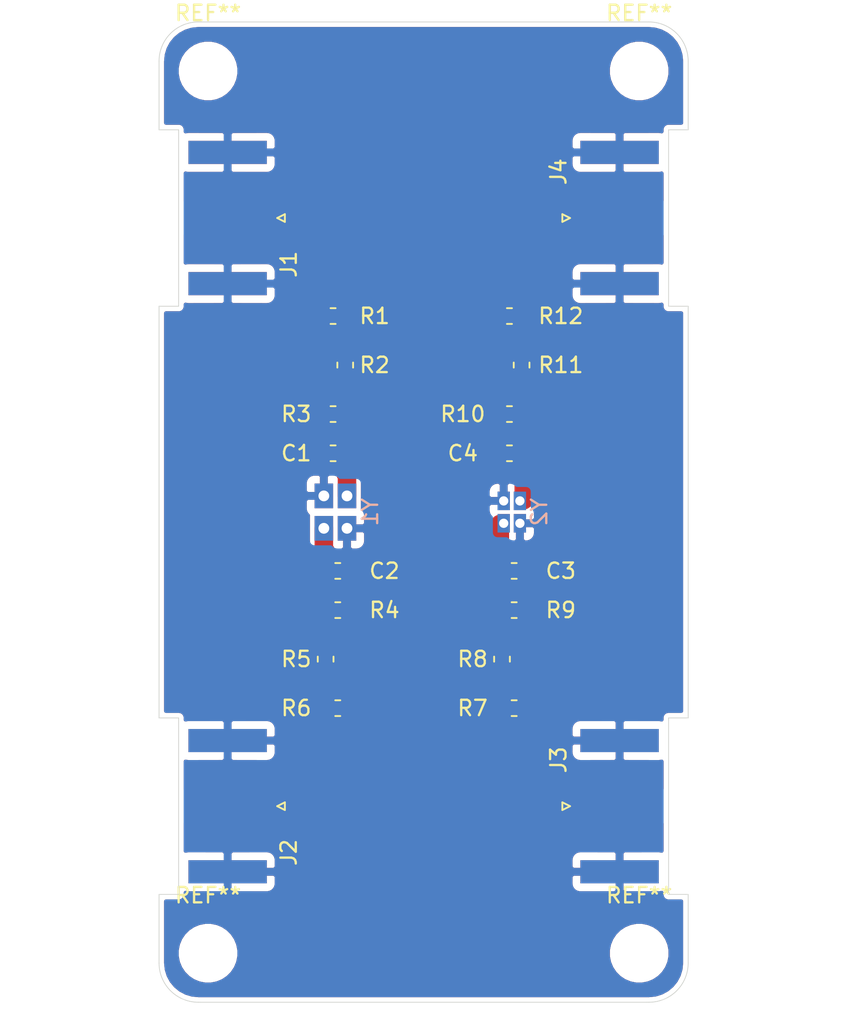
<source format=kicad_pcb>
(kicad_pcb (version 20171130) (host pcbnew "(5.1.5)-3")

  (general
    (thickness 1.6)
    (drawings 26)
    (tracks 27)
    (zones 0)
    (modules 26)
    (nets 10)
  )

  (page A4)
  (layers
    (0 F.Cu signal)
    (31 B.Cu signal)
    (32 B.Adhes user)
    (33 F.Adhes user)
    (34 B.Paste user)
    (35 F.Paste user)
    (36 B.SilkS user)
    (37 F.SilkS user)
    (38 B.Mask user)
    (39 F.Mask user)
    (40 Dwgs.User user)
    (41 Cmts.User user)
    (42 Eco1.User user)
    (43 Eco2.User user)
    (44 Edge.Cuts user)
    (45 Margin user)
    (46 B.CrtYd user)
    (47 F.CrtYd user)
    (48 B.Fab user)
    (49 F.Fab user)
  )

  (setup
    (last_trace_width 0.25)
    (trace_clearance 0.2)
    (zone_clearance 0.3)
    (zone_45_only no)
    (trace_min 0.2)
    (via_size 0.8)
    (via_drill 0.4)
    (via_min_size 0.4)
    (via_min_drill 0.3)
    (uvia_size 0.3)
    (uvia_drill 0.1)
    (uvias_allowed no)
    (uvia_min_size 0.2)
    (uvia_min_drill 0.1)
    (edge_width 0.05)
    (segment_width 0.2)
    (pcb_text_width 0.3)
    (pcb_text_size 1.5 1.5)
    (mod_edge_width 0.12)
    (mod_text_size 1 1)
    (mod_text_width 0.15)
    (pad_size 3.2 3.2)
    (pad_drill 3.2)
    (pad_to_mask_clearance 0.051)
    (solder_mask_min_width 0.25)
    (aux_axis_origin 0 0)
    (visible_elements 7FFFFFFF)
    (pcbplotparams
      (layerselection 0x01001_ffffffff)
      (usegerberextensions false)
      (usegerberattributes false)
      (usegerberadvancedattributes false)
      (creategerberjobfile false)
      (excludeedgelayer true)
      (linewidth 0.100000)
      (plotframeref false)
      (viasonmask false)
      (mode 1)
      (useauxorigin false)
      (hpglpennumber 1)
      (hpglpenspeed 20)
      (hpglpendiameter 15.000000)
      (psnegative false)
      (psa4output false)
      (plotreference true)
      (plotvalue true)
      (plotinvisibletext false)
      (padsonsilk false)
      (subtractmaskfromsilk false)
      (outputformat 1)
      (mirror false)
      (drillshape 0)
      (scaleselection 1)
      (outputdirectory "./"))
  )

  (net 0 "")
  (net 1 "Net-(C1-Pad1)")
  (net 2 GND)
  (net 3 "Net-(C2-Pad1)")
  (net 4 "Net-(J1-Pad1)")
  (net 5 "Net-(J2-Pad1)")
  (net 6 "Net-(C3-Pad1)")
  (net 7 "Net-(C4-Pad1)")
  (net 8 "Net-(J3-Pad1)")
  (net 9 "Net-(J4-Pad1)")

  (net_class Default "This is the default net class."
    (clearance 0.2)
    (trace_width 0.25)
    (via_dia 0.8)
    (via_drill 0.4)
    (uvia_dia 0.3)
    (uvia_drill 0.1)
    (add_net GND)
  )

  (net_class 50ohm_milled ""
    (clearance 0.3)
    (trace_width 1.2)
    (via_dia 1.3)
    (via_drill 1)
    (uvia_dia 0.3)
    (uvia_drill 0.1)
    (add_net "Net-(C1-Pad1)")
    (add_net "Net-(C2-Pad1)")
    (add_net "Net-(C3-Pad1)")
    (add_net "Net-(C4-Pad1)")
    (add_net "Net-(J1-Pad1)")
    (add_net "Net-(J2-Pad1)")
    (add_net "Net-(J3-Pad1)")
    (add_net "Net-(J4-Pad1)")
  )

  (module MountingHole:MountingHole_3.2mm_M3_ISO14580 (layer F.Cu) (tedit 56D1B4CB) (tstamp 5E3DE20C)
    (at 3.175 -3.175)
    (descr "Mounting Hole 3.2mm, no annular, M3, ISO14580")
    (tags "mounting hole 3.2mm no annular m3 iso14580")
    (attr virtual)
    (fp_text reference REF** (at 0 -3.75) (layer F.SilkS)
      (effects (font (size 1 1) (thickness 0.15)))
    )
    (fp_text value MountingHole_3.2mm_M3_ISO14580 (at 0 3.75) (layer F.Fab)
      (effects (font (size 1 1) (thickness 0.15)))
    )
    (fp_text user %R (at 0.3 0) (layer F.Fab)
      (effects (font (size 1 1) (thickness 0.15)))
    )
    (fp_circle (center 0 0) (end 2.75 0) (layer Cmts.User) (width 0.15))
    (fp_circle (center 0 0) (end 3 0) (layer F.CrtYd) (width 0.05))
    (pad 1 np_thru_hole circle (at 0 0) (size 3.2 3.2) (drill 3.2) (layers *.Cu *.Mask))
  )

  (module Connector_Coaxial:SMA_Amphenol_132289_EdgeMount (layer F.Cu) (tedit 5A1C1810) (tstamp 5E3DDC94)
    (at 4.445 -50.8 180)
    (descr http://www.amphenolrf.com/132289.html)
    (tags SMA)
    (path /5D614539)
    (attr smd)
    (fp_text reference J1 (at -3.96 -3 90) (layer F.SilkS)
      (effects (font (size 1 1) (thickness 0.15)))
    )
    (fp_text value Conn_Coaxial (at 5 6) (layer F.Fab)
      (effects (font (size 1 1) (thickness 0.15)))
    )
    (fp_line (start -1.91 5.08) (end 4.445 5.08) (layer F.Fab) (width 0.1))
    (fp_line (start -1.91 3.81) (end -1.91 5.08) (layer F.Fab) (width 0.1))
    (fp_line (start 2.54 3.81) (end -1.91 3.81) (layer F.Fab) (width 0.1))
    (fp_line (start 2.54 -3.81) (end 2.54 3.81) (layer F.Fab) (width 0.1))
    (fp_line (start -1.91 -3.81) (end 2.54 -3.81) (layer F.Fab) (width 0.1))
    (fp_line (start -1.91 -5.08) (end -1.91 -3.81) (layer F.Fab) (width 0.1))
    (fp_line (start -1.91 -5.08) (end 4.445 -5.08) (layer F.Fab) (width 0.1))
    (fp_line (start 4.445 -3.81) (end 4.445 -5.08) (layer F.Fab) (width 0.1))
    (fp_line (start 4.445 5.08) (end 4.445 3.81) (layer F.Fab) (width 0.1))
    (fp_line (start 13.97 3.81) (end 4.445 3.81) (layer F.Fab) (width 0.1))
    (fp_line (start 13.97 -3.81) (end 13.97 3.81) (layer F.Fab) (width 0.1))
    (fp_line (start 4.445 -3.81) (end 13.97 -3.81) (layer F.Fab) (width 0.1))
    (fp_line (start -3.04 5.58) (end -3.04 -5.58) (layer B.CrtYd) (width 0.05))
    (fp_line (start 14.47 5.58) (end -3.04 5.58) (layer B.CrtYd) (width 0.05))
    (fp_line (start 14.47 -5.58) (end 14.47 5.58) (layer B.CrtYd) (width 0.05))
    (fp_line (start 14.47 -5.58) (end -3.04 -5.58) (layer B.CrtYd) (width 0.05))
    (fp_line (start -3.04 5.58) (end -3.04 -5.58) (layer F.CrtYd) (width 0.05))
    (fp_line (start 14.47 5.58) (end -3.04 5.58) (layer F.CrtYd) (width 0.05))
    (fp_line (start 14.47 -5.58) (end 14.47 5.58) (layer F.CrtYd) (width 0.05))
    (fp_line (start 14.47 -5.58) (end -3.04 -5.58) (layer F.CrtYd) (width 0.05))
    (fp_text user %R (at 4.79 0 270) (layer F.Fab)
      (effects (font (size 1 1) (thickness 0.15)))
    )
    (fp_line (start 2.54 -0.75) (end 3.54 0) (layer F.Fab) (width 0.1))
    (fp_line (start 3.54 0) (end 2.54 0.75) (layer F.Fab) (width 0.1))
    (fp_line (start -3.21 0) (end -3.71 -0.25) (layer F.SilkS) (width 0.12))
    (fp_line (start -3.71 -0.25) (end -3.71 0.25) (layer F.SilkS) (width 0.12))
    (fp_line (start -3.71 0.25) (end -3.21 0) (layer F.SilkS) (width 0.12))
    (pad 1 smd rect (at 0 0 270) (size 1.5 5.08) (layers F.Cu F.Paste F.Mask)
      (net 4 "Net-(J1-Pad1)"))
    (pad 2 smd rect (at 0 -4.25 270) (size 1.5 5.08) (layers F.Cu F.Paste F.Mask)
      (net 2 GND))
    (pad 2 smd rect (at 0 4.25 270) (size 1.5 5.08) (layers F.Cu F.Paste F.Mask)
      (net 2 GND))
    (pad 2 smd rect (at 0 -4.25 270) (size 1.5 5.08) (layers B.Cu B.Paste B.Mask)
      (net 2 GND))
    (pad 2 smd rect (at 0 4.25 270) (size 1.5 5.08) (layers B.Cu B.Paste B.Mask)
      (net 2 GND))
    (model ${KISYS3DMOD}/Connector_Coaxial.3dshapes/SMA_Amphenol_132289_EdgeMount.wrl
      (at (xyz 0 0 0))
      (scale (xyz 1 1 1))
      (rotate (xyz 0 0 0))
    )
  )

  (module MountingHole:MountingHole_3.2mm_M3_ISO14580 (layer F.Cu) (tedit 56D1B4CB) (tstamp 5E3DA6DF)
    (at 31.115 -3.175)
    (descr "Mounting Hole 3.2mm, no annular, M3, ISO14580")
    (tags "mounting hole 3.2mm no annular m3 iso14580")
    (attr virtual)
    (fp_text reference REF** (at 0 -3.75) (layer F.SilkS)
      (effects (font (size 1 1) (thickness 0.15)))
    )
    (fp_text value MountingHole_3.2mm_M3_ISO14580 (at 0 3.75) (layer F.Fab)
      (effects (font (size 1 1) (thickness 0.15)))
    )
    (fp_circle (center 0 0) (end 3 0) (layer F.CrtYd) (width 0.05))
    (fp_circle (center 0 0) (end 2.75 0) (layer Cmts.User) (width 0.15))
    (fp_text user %R (at 0.3 0) (layer F.Fab)
      (effects (font (size 1 1) (thickness 0.15)))
    )
    (pad 1 np_thru_hole circle (at 0 0) (size 3.2 3.2) (drill 3.2) (layers *.Cu *.Mask))
  )

  (module MountingHole:MountingHole_3.2mm_M3_ISO14580 (layer F.Cu) (tedit 56D1B4CB) (tstamp 5E3DD1D0)
    (at 31.115 -60.325)
    (descr "Mounting Hole 3.2mm, no annular, M3, ISO14580")
    (tags "mounting hole 3.2mm no annular m3 iso14580")
    (attr virtual)
    (fp_text reference REF** (at 0 -3.75) (layer F.SilkS)
      (effects (font (size 1 1) (thickness 0.15)))
    )
    (fp_text value MountingHole_3.2mm_M3_ISO14580 (at 0 3.75) (layer F.Fab)
      (effects (font (size 1 1) (thickness 0.15)))
    )
    (fp_circle (center 0 0) (end 3 0) (layer F.CrtYd) (width 0.05))
    (fp_circle (center 0 0) (end 2.75 0) (layer Cmts.User) (width 0.15))
    (fp_text user %R (at 0.3 0) (layer F.Fab)
      (effects (font (size 1 1) (thickness 0.15)))
    )
    (pad 1 np_thru_hole circle (at 0 0) (size 3.2 3.2) (drill 3.2) (layers *.Cu *.Mask))
  )

  (module MountingHole:MountingHole_3.2mm_M3_ISO14580 (layer F.Cu) (tedit 56D1B4CB) (tstamp 5E3DD625)
    (at 3.175 -60.325)
    (descr "Mounting Hole 3.2mm, no annular, M3, ISO14580")
    (tags "mounting hole 3.2mm no annular m3 iso14580")
    (attr virtual)
    (fp_text reference REF** (at 0 -3.75) (layer F.SilkS)
      (effects (font (size 1 1) (thickness 0.15)))
    )
    (fp_text value MountingHole_3.2mm_M3_ISO14580 (at 0 3.75) (layer F.Fab)
      (effects (font (size 1 1) (thickness 0.15)))
    )
    (fp_circle (center 0 0) (end 3 0) (layer F.CrtYd) (width 0.05))
    (fp_circle (center 0 0) (end 2.75 0) (layer Cmts.User) (width 0.15))
    (fp_text user %R (at 0.3 0) (layer F.Fab)
      (effects (font (size 1 1) (thickness 0.15)))
    )
    (pad 1 np_thru_hole circle (at 0 0) (size 3.2 3.2) (drill 3.2) (layers *.Cu *.Mask))
  )

  (module abracon:AXS-3225-04-02 (layer B.Cu) (tedit 5DDD3CB3) (tstamp 5E3DB06E)
    (at 11.43 -31.75 270)
    (path /5DDDC3CC)
    (fp_text reference Y1 (at 0 -2.25 270) (layer B.SilkS)
      (effects (font (size 1 1) (thickness 0.15)) (justify mirror))
    )
    (fp_text value AXS-3225-04-02 (at 0 2.25 270) (layer B.Fab)
      (effects (font (size 1 1) (thickness 0.15)) (justify mirror))
    )
    (fp_line (start 7 2) (end 14 2) (layer Dwgs.User) (width 0.12))
    (fp_line (start 14 2) (end 14 -2) (layer Dwgs.User) (width 0.12))
    (fp_line (start 14 -2) (end 7 -2) (layer Dwgs.User) (width 0.12))
    (fp_line (start -7 -3) (end 7 -3) (layer Dwgs.User) (width 0.12))
    (fp_line (start 7 -3) (end 7 3) (layer Dwgs.User) (width 0.12))
    (fp_line (start 7 3) (end -7 3) (layer Dwgs.User) (width 0.12))
    (fp_line (start -7 3) (end -7 -3) (layer Dwgs.User) (width 0.12))
    (pad 1 thru_hole rect (at -1.05 -0.75 270) (size 1.6 1.2) (drill 0.7) (layers *.Cu *.Mask)
      (net 1 "Net-(C1-Pad1)"))
    (pad 2 thru_hole rect (at -1.05 0.75 270) (size 1.6 1.2) (drill 0.7) (layers *.Cu *.Mask)
      (net 2 GND))
    (pad 3 thru_hole rect (at 1.05 0.75 270) (size 1.6 1.2) (drill 0.7) (layers *.Cu *.Mask)
      (net 3 "Net-(C2-Pad1)"))
    (pad 4 thru_hole rect (at 1.05 -0.75 270) (size 1.6 1.2) (drill 0.7) (layers *.Cu *.Mask)
      (net 2 GND))
  )

  (module Resistor_SMD:R_0603_1608Metric (layer F.Cu) (tedit 5B301BBD) (tstamp 5E3DAAE3)
    (at 22.7075 -44.45 180)
    (descr "Resistor SMD 0603 (1608 Metric), square (rectangular) end terminal, IPC_7351 nominal, (Body size source: http://www.tortai-tech.com/upload/download/2011102023233369053.pdf), generated with kicad-footprint-generator")
    (tags resistor)
    (path /5E3FE187)
    (attr smd)
    (fp_text reference R12 (at -3.3275 0) (layer F.SilkS)
      (effects (font (size 1 1) (thickness 0.15)))
    )
    (fp_text value 158R (at 3.6575 0) (layer F.Fab)
      (effects (font (size 1 1) (thickness 0.15)))
    )
    (fp_text user %R (at 0 0) (layer F.Fab)
      (effects (font (size 0.4 0.4) (thickness 0.06)))
    )
    (fp_line (start 1.48 0.73) (end -1.48 0.73) (layer F.CrtYd) (width 0.05))
    (fp_line (start 1.48 -0.73) (end 1.48 0.73) (layer F.CrtYd) (width 0.05))
    (fp_line (start -1.48 -0.73) (end 1.48 -0.73) (layer F.CrtYd) (width 0.05))
    (fp_line (start -1.48 0.73) (end -1.48 -0.73) (layer F.CrtYd) (width 0.05))
    (fp_line (start -0.162779 0.51) (end 0.162779 0.51) (layer F.SilkS) (width 0.12))
    (fp_line (start -0.162779 -0.51) (end 0.162779 -0.51) (layer F.SilkS) (width 0.12))
    (fp_line (start 0.8 0.4) (end -0.8 0.4) (layer F.Fab) (width 0.1))
    (fp_line (start 0.8 -0.4) (end 0.8 0.4) (layer F.Fab) (width 0.1))
    (fp_line (start -0.8 -0.4) (end 0.8 -0.4) (layer F.Fab) (width 0.1))
    (fp_line (start -0.8 0.4) (end -0.8 -0.4) (layer F.Fab) (width 0.1))
    (pad 2 smd roundrect (at 0.7875 0 180) (size 0.875 0.95) (layers F.Cu F.Paste F.Mask) (roundrect_rratio 0.25)
      (net 2 GND))
    (pad 1 smd roundrect (at -0.7875 0 180) (size 0.875 0.95) (layers F.Cu F.Paste F.Mask) (roundrect_rratio 0.25)
      (net 9 "Net-(J4-Pad1)"))
    (model ${KISYS3DMOD}/Resistor_SMD.3dshapes/R_0603_1608Metric.wrl
      (at (xyz 0 0 0))
      (scale (xyz 1 1 1))
      (rotate (xyz 0 0 0))
    )
  )

  (module Resistor_SMD:R_0603_1608Metric (layer F.Cu) (tedit 5B301BBD) (tstamp 5E3DC67E)
    (at 23.495 -41.275 270)
    (descr "Resistor SMD 0603 (1608 Metric), square (rectangular) end terminal, IPC_7351 nominal, (Body size source: http://www.tortai-tech.com/upload/download/2011102023233369053.pdf), generated with kicad-footprint-generator")
    (tags resistor)
    (path /5E3FE19B)
    (attr smd)
    (fp_text reference R11 (at 0 -2.54 180) (layer F.SilkS)
      (effects (font (size 1 1) (thickness 0.15)))
    )
    (fp_text value 66R5 (at 0 3.175 180) (layer F.Fab)
      (effects (font (size 1 1) (thickness 0.15)))
    )
    (fp_text user %R (at 0 0 90) (layer F.Fab)
      (effects (font (size 0.4 0.4) (thickness 0.06)))
    )
    (fp_line (start 1.48 0.73) (end -1.48 0.73) (layer F.CrtYd) (width 0.05))
    (fp_line (start 1.48 -0.73) (end 1.48 0.73) (layer F.CrtYd) (width 0.05))
    (fp_line (start -1.48 -0.73) (end 1.48 -0.73) (layer F.CrtYd) (width 0.05))
    (fp_line (start -1.48 0.73) (end -1.48 -0.73) (layer F.CrtYd) (width 0.05))
    (fp_line (start -0.162779 0.51) (end 0.162779 0.51) (layer F.SilkS) (width 0.12))
    (fp_line (start -0.162779 -0.51) (end 0.162779 -0.51) (layer F.SilkS) (width 0.12))
    (fp_line (start 0.8 0.4) (end -0.8 0.4) (layer F.Fab) (width 0.1))
    (fp_line (start 0.8 -0.4) (end 0.8 0.4) (layer F.Fab) (width 0.1))
    (fp_line (start -0.8 -0.4) (end 0.8 -0.4) (layer F.Fab) (width 0.1))
    (fp_line (start -0.8 0.4) (end -0.8 -0.4) (layer F.Fab) (width 0.1))
    (pad 2 smd roundrect (at 0.7875 0 270) (size 0.875 0.95) (layers F.Cu F.Paste F.Mask) (roundrect_rratio 0.25)
      (net 7 "Net-(C4-Pad1)"))
    (pad 1 smd roundrect (at -0.7875 0 270) (size 0.875 0.95) (layers F.Cu F.Paste F.Mask) (roundrect_rratio 0.25)
      (net 9 "Net-(J4-Pad1)"))
    (model ${KISYS3DMOD}/Resistor_SMD.3dshapes/R_0603_1608Metric.wrl
      (at (xyz 0 0 0))
      (scale (xyz 1 1 1))
      (rotate (xyz 0 0 0))
    )
  )

  (module Resistor_SMD:R_0603_1608Metric (layer F.Cu) (tedit 5B301BBD) (tstamp 5E3DAAC1)
    (at 22.7075 -38.1 180)
    (descr "Resistor SMD 0603 (1608 Metric), square (rectangular) end terminal, IPC_7351 nominal, (Body size source: http://www.tortai-tech.com/upload/download/2011102023233369053.pdf), generated with kicad-footprint-generator")
    (tags resistor)
    (path /5E3FE191)
    (attr smd)
    (fp_text reference R10 (at 3.0225 0) (layer F.SilkS)
      (effects (font (size 1 1) (thickness 0.15)))
    )
    (fp_text value 14R2 (at -3.9625 0) (layer F.Fab)
      (effects (font (size 1 1) (thickness 0.15)))
    )
    (fp_text user %R (at 0 0) (layer F.Fab)
      (effects (font (size 0.4 0.4) (thickness 0.06)))
    )
    (fp_line (start 1.48 0.73) (end -1.48 0.73) (layer F.CrtYd) (width 0.05))
    (fp_line (start 1.48 -0.73) (end 1.48 0.73) (layer F.CrtYd) (width 0.05))
    (fp_line (start -1.48 -0.73) (end 1.48 -0.73) (layer F.CrtYd) (width 0.05))
    (fp_line (start -1.48 0.73) (end -1.48 -0.73) (layer F.CrtYd) (width 0.05))
    (fp_line (start -0.162779 0.51) (end 0.162779 0.51) (layer F.SilkS) (width 0.12))
    (fp_line (start -0.162779 -0.51) (end 0.162779 -0.51) (layer F.SilkS) (width 0.12))
    (fp_line (start 0.8 0.4) (end -0.8 0.4) (layer F.Fab) (width 0.1))
    (fp_line (start 0.8 -0.4) (end 0.8 0.4) (layer F.Fab) (width 0.1))
    (fp_line (start -0.8 -0.4) (end 0.8 -0.4) (layer F.Fab) (width 0.1))
    (fp_line (start -0.8 0.4) (end -0.8 -0.4) (layer F.Fab) (width 0.1))
    (pad 2 smd roundrect (at 0.7875 0 180) (size 0.875 0.95) (layers F.Cu F.Paste F.Mask) (roundrect_rratio 0.25)
      (net 2 GND))
    (pad 1 smd roundrect (at -0.7875 0 180) (size 0.875 0.95) (layers F.Cu F.Paste F.Mask) (roundrect_rratio 0.25)
      (net 7 "Net-(C4-Pad1)"))
    (model ${KISYS3DMOD}/Resistor_SMD.3dshapes/R_0603_1608Metric.wrl
      (at (xyz 0 0 0))
      (scale (xyz 1 1 1))
      (rotate (xyz 0 0 0))
    )
  )

  (module Resistor_SMD:R_0603_1608Metric (layer F.Cu) (tedit 5B301BBD) (tstamp 5E3DC330)
    (at 23.0125 -25.4)
    (descr "Resistor SMD 0603 (1608 Metric), square (rectangular) end terminal, IPC_7351 nominal, (Body size source: http://www.tortai-tech.com/upload/download/2011102023233369053.pdf), generated with kicad-footprint-generator")
    (tags resistor)
    (path /5E3FE1A5)
    (attr smd)
    (fp_text reference R9 (at 3.0225 0) (layer F.SilkS)
      (effects (font (size 1 1) (thickness 0.15)))
    )
    (fp_text value 14R2 (at -3.9625 0) (layer F.Fab)
      (effects (font (size 1 1) (thickness 0.15)))
    )
    (fp_text user %R (at 0 0) (layer F.Fab)
      (effects (font (size 0.4 0.4) (thickness 0.06)))
    )
    (fp_line (start 1.48 0.73) (end -1.48 0.73) (layer F.CrtYd) (width 0.05))
    (fp_line (start 1.48 -0.73) (end 1.48 0.73) (layer F.CrtYd) (width 0.05))
    (fp_line (start -1.48 -0.73) (end 1.48 -0.73) (layer F.CrtYd) (width 0.05))
    (fp_line (start -1.48 0.73) (end -1.48 -0.73) (layer F.CrtYd) (width 0.05))
    (fp_line (start -0.162779 0.51) (end 0.162779 0.51) (layer F.SilkS) (width 0.12))
    (fp_line (start -0.162779 -0.51) (end 0.162779 -0.51) (layer F.SilkS) (width 0.12))
    (fp_line (start 0.8 0.4) (end -0.8 0.4) (layer F.Fab) (width 0.1))
    (fp_line (start 0.8 -0.4) (end 0.8 0.4) (layer F.Fab) (width 0.1))
    (fp_line (start -0.8 -0.4) (end 0.8 -0.4) (layer F.Fab) (width 0.1))
    (fp_line (start -0.8 0.4) (end -0.8 -0.4) (layer F.Fab) (width 0.1))
    (pad 2 smd roundrect (at 0.7875 0) (size 0.875 0.95) (layers F.Cu F.Paste F.Mask) (roundrect_rratio 0.25)
      (net 2 GND))
    (pad 1 smd roundrect (at -0.7875 0) (size 0.875 0.95) (layers F.Cu F.Paste F.Mask) (roundrect_rratio 0.25)
      (net 6 "Net-(C3-Pad1)"))
    (model ${KISYS3DMOD}/Resistor_SMD.3dshapes/R_0603_1608Metric.wrl
      (at (xyz 0 0 0))
      (scale (xyz 1 1 1))
      (rotate (xyz 0 0 0))
    )
  )

  (module Resistor_SMD:R_0603_1608Metric (layer F.Cu) (tedit 5B301BBD) (tstamp 5E3DBF94)
    (at 22.225 -22.225 270)
    (descr "Resistor SMD 0603 (1608 Metric), square (rectangular) end terminal, IPC_7351 nominal, (Body size source: http://www.tortai-tech.com/upload/download/2011102023233369053.pdf), generated with kicad-footprint-generator")
    (tags resistor)
    (path /5E3FE1B9)
    (attr smd)
    (fp_text reference R8 (at 0 1.905 180) (layer F.SilkS)
      (effects (font (size 1 1) (thickness 0.15)))
    )
    (fp_text value 66R5 (at 0 -3.175 180) (layer F.Fab)
      (effects (font (size 1 1) (thickness 0.15)))
    )
    (fp_text user %R (at 0 0 90) (layer F.Fab)
      (effects (font (size 0.4 0.4) (thickness 0.06)))
    )
    (fp_line (start 1.48 0.73) (end -1.48 0.73) (layer F.CrtYd) (width 0.05))
    (fp_line (start 1.48 -0.73) (end 1.48 0.73) (layer F.CrtYd) (width 0.05))
    (fp_line (start -1.48 -0.73) (end 1.48 -0.73) (layer F.CrtYd) (width 0.05))
    (fp_line (start -1.48 0.73) (end -1.48 -0.73) (layer F.CrtYd) (width 0.05))
    (fp_line (start -0.162779 0.51) (end 0.162779 0.51) (layer F.SilkS) (width 0.12))
    (fp_line (start -0.162779 -0.51) (end 0.162779 -0.51) (layer F.SilkS) (width 0.12))
    (fp_line (start 0.8 0.4) (end -0.8 0.4) (layer F.Fab) (width 0.1))
    (fp_line (start 0.8 -0.4) (end 0.8 0.4) (layer F.Fab) (width 0.1))
    (fp_line (start -0.8 -0.4) (end 0.8 -0.4) (layer F.Fab) (width 0.1))
    (fp_line (start -0.8 0.4) (end -0.8 -0.4) (layer F.Fab) (width 0.1))
    (pad 2 smd roundrect (at 0.7875 0 270) (size 0.875 0.95) (layers F.Cu F.Paste F.Mask) (roundrect_rratio 0.25)
      (net 8 "Net-(J3-Pad1)"))
    (pad 1 smd roundrect (at -0.7875 0 270) (size 0.875 0.95) (layers F.Cu F.Paste F.Mask) (roundrect_rratio 0.25)
      (net 6 "Net-(C3-Pad1)"))
    (model ${KISYS3DMOD}/Resistor_SMD.3dshapes/R_0603_1608Metric.wrl
      (at (xyz 0 0 0))
      (scale (xyz 1 1 1))
      (rotate (xyz 0 0 0))
    )
  )

  (module Resistor_SMD:R_0603_1608Metric (layer F.Cu) (tedit 5B301BBD) (tstamp 5E3DAA8E)
    (at 23.0125 -19.05)
    (descr "Resistor SMD 0603 (1608 Metric), square (rectangular) end terminal, IPC_7351 nominal, (Body size source: http://www.tortai-tech.com/upload/download/2011102023233369053.pdf), generated with kicad-footprint-generator")
    (tags resistor)
    (path /5E3FE1AF)
    (attr smd)
    (fp_text reference R7 (at -2.6925 0) (layer F.SilkS)
      (effects (font (size 1 1) (thickness 0.15)))
    )
    (fp_text value 158R (at 3.6575 0) (layer F.Fab)
      (effects (font (size 1 1) (thickness 0.15)))
    )
    (fp_text user %R (at 0 0) (layer F.Fab)
      (effects (font (size 0.4 0.4) (thickness 0.06)))
    )
    (fp_line (start 1.48 0.73) (end -1.48 0.73) (layer F.CrtYd) (width 0.05))
    (fp_line (start 1.48 -0.73) (end 1.48 0.73) (layer F.CrtYd) (width 0.05))
    (fp_line (start -1.48 -0.73) (end 1.48 -0.73) (layer F.CrtYd) (width 0.05))
    (fp_line (start -1.48 0.73) (end -1.48 -0.73) (layer F.CrtYd) (width 0.05))
    (fp_line (start -0.162779 0.51) (end 0.162779 0.51) (layer F.SilkS) (width 0.12))
    (fp_line (start -0.162779 -0.51) (end 0.162779 -0.51) (layer F.SilkS) (width 0.12))
    (fp_line (start 0.8 0.4) (end -0.8 0.4) (layer F.Fab) (width 0.1))
    (fp_line (start 0.8 -0.4) (end 0.8 0.4) (layer F.Fab) (width 0.1))
    (fp_line (start -0.8 -0.4) (end 0.8 -0.4) (layer F.Fab) (width 0.1))
    (fp_line (start -0.8 0.4) (end -0.8 -0.4) (layer F.Fab) (width 0.1))
    (pad 2 smd roundrect (at 0.7875 0) (size 0.875 0.95) (layers F.Cu F.Paste F.Mask) (roundrect_rratio 0.25)
      (net 2 GND))
    (pad 1 smd roundrect (at -0.7875 0) (size 0.875 0.95) (layers F.Cu F.Paste F.Mask) (roundrect_rratio 0.25)
      (net 8 "Net-(J3-Pad1)"))
    (model ${KISYS3DMOD}/Resistor_SMD.3dshapes/R_0603_1608Metric.wrl
      (at (xyz 0 0 0))
      (scale (xyz 1 1 1))
      (rotate (xyz 0 0 0))
    )
  )

  (module Resistor_SMD:R_0603_1608Metric (layer F.Cu) (tedit 5B301BBD) (tstamp 5E3DC141)
    (at 11.5825 -19.05)
    (descr "Resistor SMD 0603 (1608 Metric), square (rectangular) end terminal, IPC_7351 nominal, (Body size source: http://www.tortai-tech.com/upload/download/2011102023233369053.pdf), generated with kicad-footprint-generator")
    (tags resistor)
    (path /5D6124B7)
    (attr smd)
    (fp_text reference R6 (at -2.6925 0) (layer F.SilkS)
      (effects (font (size 1 1) (thickness 0.15)))
    )
    (fp_text value 158R (at 3.6575 0) (layer F.Fab)
      (effects (font (size 1 1) (thickness 0.15)))
    )
    (fp_text user %R (at 0 0) (layer F.Fab)
      (effects (font (size 0.4 0.4) (thickness 0.06)))
    )
    (fp_line (start 1.48 0.73) (end -1.48 0.73) (layer F.CrtYd) (width 0.05))
    (fp_line (start 1.48 -0.73) (end 1.48 0.73) (layer F.CrtYd) (width 0.05))
    (fp_line (start -1.48 -0.73) (end 1.48 -0.73) (layer F.CrtYd) (width 0.05))
    (fp_line (start -1.48 0.73) (end -1.48 -0.73) (layer F.CrtYd) (width 0.05))
    (fp_line (start -0.162779 0.51) (end 0.162779 0.51) (layer F.SilkS) (width 0.12))
    (fp_line (start -0.162779 -0.51) (end 0.162779 -0.51) (layer F.SilkS) (width 0.12))
    (fp_line (start 0.8 0.4) (end -0.8 0.4) (layer F.Fab) (width 0.1))
    (fp_line (start 0.8 -0.4) (end 0.8 0.4) (layer F.Fab) (width 0.1))
    (fp_line (start -0.8 -0.4) (end 0.8 -0.4) (layer F.Fab) (width 0.1))
    (fp_line (start -0.8 0.4) (end -0.8 -0.4) (layer F.Fab) (width 0.1))
    (pad 2 smd roundrect (at 0.7875 0) (size 0.875 0.95) (layers F.Cu F.Paste F.Mask) (roundrect_rratio 0.25)
      (net 2 GND))
    (pad 1 smd roundrect (at -0.7875 0) (size 0.875 0.95) (layers F.Cu F.Paste F.Mask) (roundrect_rratio 0.25)
      (net 5 "Net-(J2-Pad1)"))
    (model ${KISYS3DMOD}/Resistor_SMD.3dshapes/R_0603_1608Metric.wrl
      (at (xyz 0 0 0))
      (scale (xyz 1 1 1))
      (rotate (xyz 0 0 0))
    )
  )

  (module Resistor_SMD:R_0603_1608Metric (layer F.Cu) (tedit 5B301BBD) (tstamp 5E3DC906)
    (at 10.795 -22.225 90)
    (descr "Resistor SMD 0603 (1608 Metric), square (rectangular) end terminal, IPC_7351 nominal, (Body size source: http://www.tortai-tech.com/upload/download/2011102023233369053.pdf), generated with kicad-footprint-generator")
    (tags resistor)
    (path /5D61256E)
    (attr smd)
    (fp_text reference R5 (at 0 -1.905 180) (layer F.SilkS)
      (effects (font (size 1 1) (thickness 0.15)))
    )
    (fp_text value 66R5 (at 0 3.175 180) (layer F.Fab)
      (effects (font (size 1 1) (thickness 0.15)))
    )
    (fp_text user %R (at 0 0 90) (layer F.Fab)
      (effects (font (size 0.4 0.4) (thickness 0.06)))
    )
    (fp_line (start 1.48 0.73) (end -1.48 0.73) (layer F.CrtYd) (width 0.05))
    (fp_line (start 1.48 -0.73) (end 1.48 0.73) (layer F.CrtYd) (width 0.05))
    (fp_line (start -1.48 -0.73) (end 1.48 -0.73) (layer F.CrtYd) (width 0.05))
    (fp_line (start -1.48 0.73) (end -1.48 -0.73) (layer F.CrtYd) (width 0.05))
    (fp_line (start -0.162779 0.51) (end 0.162779 0.51) (layer F.SilkS) (width 0.12))
    (fp_line (start -0.162779 -0.51) (end 0.162779 -0.51) (layer F.SilkS) (width 0.12))
    (fp_line (start 0.8 0.4) (end -0.8 0.4) (layer F.Fab) (width 0.1))
    (fp_line (start 0.8 -0.4) (end 0.8 0.4) (layer F.Fab) (width 0.1))
    (fp_line (start -0.8 -0.4) (end 0.8 -0.4) (layer F.Fab) (width 0.1))
    (fp_line (start -0.8 0.4) (end -0.8 -0.4) (layer F.Fab) (width 0.1))
    (pad 2 smd roundrect (at 0.7875 0 90) (size 0.875 0.95) (layers F.Cu F.Paste F.Mask) (roundrect_rratio 0.25)
      (net 3 "Net-(C2-Pad1)"))
    (pad 1 smd roundrect (at -0.7875 0 90) (size 0.875 0.95) (layers F.Cu F.Paste F.Mask) (roundrect_rratio 0.25)
      (net 5 "Net-(J2-Pad1)"))
    (model ${KISYS3DMOD}/Resistor_SMD.3dshapes/R_0603_1608Metric.wrl
      (at (xyz 0 0 0))
      (scale (xyz 1 1 1))
      (rotate (xyz 0 0 0))
    )
  )

  (module Resistor_SMD:R_0603_1608Metric (layer F.Cu) (tedit 5B301BBD) (tstamp 5E3DC018)
    (at 11.5825 -25.4)
    (descr "Resistor SMD 0603 (1608 Metric), square (rectangular) end terminal, IPC_7351 nominal, (Body size source: http://www.tortai-tech.com/upload/download/2011102023233369053.pdf), generated with kicad-footprint-generator")
    (tags resistor)
    (path /5D61253A)
    (attr smd)
    (fp_text reference R4 (at 3.0225 0) (layer F.SilkS)
      (effects (font (size 1 1) (thickness 0.15)))
    )
    (fp_text value 14R2 (at -3.9625 0) (layer F.Fab)
      (effects (font (size 1 1) (thickness 0.15)))
    )
    (fp_text user %R (at 0 0) (layer F.Fab)
      (effects (font (size 0.4 0.4) (thickness 0.06)))
    )
    (fp_line (start 1.48 0.73) (end -1.48 0.73) (layer F.CrtYd) (width 0.05))
    (fp_line (start 1.48 -0.73) (end 1.48 0.73) (layer F.CrtYd) (width 0.05))
    (fp_line (start -1.48 -0.73) (end 1.48 -0.73) (layer F.CrtYd) (width 0.05))
    (fp_line (start -1.48 0.73) (end -1.48 -0.73) (layer F.CrtYd) (width 0.05))
    (fp_line (start -0.162779 0.51) (end 0.162779 0.51) (layer F.SilkS) (width 0.12))
    (fp_line (start -0.162779 -0.51) (end 0.162779 -0.51) (layer F.SilkS) (width 0.12))
    (fp_line (start 0.8 0.4) (end -0.8 0.4) (layer F.Fab) (width 0.1))
    (fp_line (start 0.8 -0.4) (end 0.8 0.4) (layer F.Fab) (width 0.1))
    (fp_line (start -0.8 -0.4) (end 0.8 -0.4) (layer F.Fab) (width 0.1))
    (fp_line (start -0.8 0.4) (end -0.8 -0.4) (layer F.Fab) (width 0.1))
    (pad 2 smd roundrect (at 0.7875 0) (size 0.875 0.95) (layers F.Cu F.Paste F.Mask) (roundrect_rratio 0.25)
      (net 2 GND))
    (pad 1 smd roundrect (at -0.7875 0) (size 0.875 0.95) (layers F.Cu F.Paste F.Mask) (roundrect_rratio 0.25)
      (net 3 "Net-(C2-Pad1)"))
    (model ${KISYS3DMOD}/Resistor_SMD.3dshapes/R_0603_1608Metric.wrl
      (at (xyz 0 0 0))
      (scale (xyz 1 1 1))
      (rotate (xyz 0 0 0))
    )
  )

  (module Resistor_SMD:R_0603_1608Metric (layer F.Cu) (tedit 5B301BBD) (tstamp 5E3DAA4A)
    (at 11.2775 -38.1 180)
    (descr "Resistor SMD 0603 (1608 Metric), square (rectangular) end terminal, IPC_7351 nominal, (Body size source: http://www.tortai-tech.com/upload/download/2011102023233369053.pdf), generated with kicad-footprint-generator")
    (tags resistor)
    (path /5D612D46)
    (attr smd)
    (fp_text reference R3 (at 2.3875 0) (layer F.SilkS)
      (effects (font (size 1 1) (thickness 0.15)))
    )
    (fp_text value 14R2 (at -3.9625 0) (layer F.Fab)
      (effects (font (size 1 1) (thickness 0.15)))
    )
    (fp_text user %R (at 0 0) (layer F.Fab)
      (effects (font (size 0.4 0.4) (thickness 0.06)))
    )
    (fp_line (start 1.48 0.73) (end -1.48 0.73) (layer F.CrtYd) (width 0.05))
    (fp_line (start 1.48 -0.73) (end 1.48 0.73) (layer F.CrtYd) (width 0.05))
    (fp_line (start -1.48 -0.73) (end 1.48 -0.73) (layer F.CrtYd) (width 0.05))
    (fp_line (start -1.48 0.73) (end -1.48 -0.73) (layer F.CrtYd) (width 0.05))
    (fp_line (start -0.162779 0.51) (end 0.162779 0.51) (layer F.SilkS) (width 0.12))
    (fp_line (start -0.162779 -0.51) (end 0.162779 -0.51) (layer F.SilkS) (width 0.12))
    (fp_line (start 0.8 0.4) (end -0.8 0.4) (layer F.Fab) (width 0.1))
    (fp_line (start 0.8 -0.4) (end 0.8 0.4) (layer F.Fab) (width 0.1))
    (fp_line (start -0.8 -0.4) (end 0.8 -0.4) (layer F.Fab) (width 0.1))
    (fp_line (start -0.8 0.4) (end -0.8 -0.4) (layer F.Fab) (width 0.1))
    (pad 2 smd roundrect (at 0.7875 0 180) (size 0.875 0.95) (layers F.Cu F.Paste F.Mask) (roundrect_rratio 0.25)
      (net 2 GND))
    (pad 1 smd roundrect (at -0.7875 0 180) (size 0.875 0.95) (layers F.Cu F.Paste F.Mask) (roundrect_rratio 0.25)
      (net 1 "Net-(C1-Pad1)"))
    (model ${KISYS3DMOD}/Resistor_SMD.3dshapes/R_0603_1608Metric.wrl
      (at (xyz 0 0 0))
      (scale (xyz 1 1 1))
      (rotate (xyz 0 0 0))
    )
  )

  (module Resistor_SMD:R_0603_1608Metric (layer F.Cu) (tedit 5B301BBD) (tstamp 5E3DAA39)
    (at 12.065 -41.275 90)
    (descr "Resistor SMD 0603 (1608 Metric), square (rectangular) end terminal, IPC_7351 nominal, (Body size source: http://www.tortai-tech.com/upload/download/2011102023233369053.pdf), generated with kicad-footprint-generator")
    (tags resistor)
    (path /5D612D52)
    (attr smd)
    (fp_text reference R2 (at 0 1.905 180) (layer F.SilkS)
      (effects (font (size 1 1) (thickness 0.15)))
    )
    (fp_text value 66R5 (at -0.1525 -3.175 180) (layer F.Fab)
      (effects (font (size 1 1) (thickness 0.15)))
    )
    (fp_text user %R (at 0 0 90) (layer F.Fab)
      (effects (font (size 0.4 0.4) (thickness 0.06)))
    )
    (fp_line (start 1.48 0.73) (end -1.48 0.73) (layer F.CrtYd) (width 0.05))
    (fp_line (start 1.48 -0.73) (end 1.48 0.73) (layer F.CrtYd) (width 0.05))
    (fp_line (start -1.48 -0.73) (end 1.48 -0.73) (layer F.CrtYd) (width 0.05))
    (fp_line (start -1.48 0.73) (end -1.48 -0.73) (layer F.CrtYd) (width 0.05))
    (fp_line (start -0.162779 0.51) (end 0.162779 0.51) (layer F.SilkS) (width 0.12))
    (fp_line (start -0.162779 -0.51) (end 0.162779 -0.51) (layer F.SilkS) (width 0.12))
    (fp_line (start 0.8 0.4) (end -0.8 0.4) (layer F.Fab) (width 0.1))
    (fp_line (start 0.8 -0.4) (end 0.8 0.4) (layer F.Fab) (width 0.1))
    (fp_line (start -0.8 -0.4) (end 0.8 -0.4) (layer F.Fab) (width 0.1))
    (fp_line (start -0.8 0.4) (end -0.8 -0.4) (layer F.Fab) (width 0.1))
    (pad 2 smd roundrect (at 0.7875 0 90) (size 0.875 0.95) (layers F.Cu F.Paste F.Mask) (roundrect_rratio 0.25)
      (net 4 "Net-(J1-Pad1)"))
    (pad 1 smd roundrect (at -0.7875 0 90) (size 0.875 0.95) (layers F.Cu F.Paste F.Mask) (roundrect_rratio 0.25)
      (net 1 "Net-(C1-Pad1)"))
    (model ${KISYS3DMOD}/Resistor_SMD.3dshapes/R_0603_1608Metric.wrl
      (at (xyz 0 0 0))
      (scale (xyz 1 1 1))
      (rotate (xyz 0 0 0))
    )
  )

  (module Resistor_SMD:R_0603_1608Metric (layer F.Cu) (tedit 5B301BBD) (tstamp 5E3DAA28)
    (at 11.2775 -44.45 180)
    (descr "Resistor SMD 0603 (1608 Metric), square (rectangular) end terminal, IPC_7351 nominal, (Body size source: http://www.tortai-tech.com/upload/download/2011102023233369053.pdf), generated with kicad-footprint-generator")
    (tags resistor)
    (path /5D612D4C)
    (attr smd)
    (fp_text reference R1 (at -2.6925 0) (layer F.SilkS)
      (effects (font (size 1 1) (thickness 0.15)))
    )
    (fp_text value 158R (at 3.6575 0) (layer F.Fab)
      (effects (font (size 1 1) (thickness 0.15)))
    )
    (fp_text user %R (at 0 0) (layer F.Fab)
      (effects (font (size 0.4 0.4) (thickness 0.06)))
    )
    (fp_line (start 1.48 0.73) (end -1.48 0.73) (layer F.CrtYd) (width 0.05))
    (fp_line (start 1.48 -0.73) (end 1.48 0.73) (layer F.CrtYd) (width 0.05))
    (fp_line (start -1.48 -0.73) (end 1.48 -0.73) (layer F.CrtYd) (width 0.05))
    (fp_line (start -1.48 0.73) (end -1.48 -0.73) (layer F.CrtYd) (width 0.05))
    (fp_line (start -0.162779 0.51) (end 0.162779 0.51) (layer F.SilkS) (width 0.12))
    (fp_line (start -0.162779 -0.51) (end 0.162779 -0.51) (layer F.SilkS) (width 0.12))
    (fp_line (start 0.8 0.4) (end -0.8 0.4) (layer F.Fab) (width 0.1))
    (fp_line (start 0.8 -0.4) (end 0.8 0.4) (layer F.Fab) (width 0.1))
    (fp_line (start -0.8 -0.4) (end 0.8 -0.4) (layer F.Fab) (width 0.1))
    (fp_line (start -0.8 0.4) (end -0.8 -0.4) (layer F.Fab) (width 0.1))
    (pad 2 smd roundrect (at 0.7875 0 180) (size 0.875 0.95) (layers F.Cu F.Paste F.Mask) (roundrect_rratio 0.25)
      (net 2 GND))
    (pad 1 smd roundrect (at -0.7875 0 180) (size 0.875 0.95) (layers F.Cu F.Paste F.Mask) (roundrect_rratio 0.25)
      (net 4 "Net-(J1-Pad1)"))
    (model ${KISYS3DMOD}/Resistor_SMD.3dshapes/R_0603_1608Metric.wrl
      (at (xyz 0 0 0))
      (scale (xyz 1 1 1))
      (rotate (xyz 0 0 0))
    )
  )

  (module Connector_Coaxial:SMA_Amphenol_132289_EdgeMount (layer F.Cu) (tedit 5A1C1810) (tstamp 5E3DD90B)
    (at 29.845 -50.8)
    (descr http://www.amphenolrf.com/132289.html)
    (tags SMA)
    (path /5E3FE1F8)
    (attr smd)
    (fp_text reference J4 (at -3.96 -3 90) (layer F.SilkS)
      (effects (font (size 1 1) (thickness 0.15)))
    )
    (fp_text value Conn_Coaxial (at 5 6) (layer F.Fab)
      (effects (font (size 1 1) (thickness 0.15)))
    )
    (fp_line (start -1.91 5.08) (end 4.445 5.08) (layer F.Fab) (width 0.1))
    (fp_line (start -1.91 3.81) (end -1.91 5.08) (layer F.Fab) (width 0.1))
    (fp_line (start 2.54 3.81) (end -1.91 3.81) (layer F.Fab) (width 0.1))
    (fp_line (start 2.54 -3.81) (end 2.54 3.81) (layer F.Fab) (width 0.1))
    (fp_line (start -1.91 -3.81) (end 2.54 -3.81) (layer F.Fab) (width 0.1))
    (fp_line (start -1.91 -5.08) (end -1.91 -3.81) (layer F.Fab) (width 0.1))
    (fp_line (start -1.91 -5.08) (end 4.445 -5.08) (layer F.Fab) (width 0.1))
    (fp_line (start 4.445 -3.81) (end 4.445 -5.08) (layer F.Fab) (width 0.1))
    (fp_line (start 4.445 5.08) (end 4.445 3.81) (layer F.Fab) (width 0.1))
    (fp_line (start 13.97 3.81) (end 4.445 3.81) (layer F.Fab) (width 0.1))
    (fp_line (start 13.97 -3.81) (end 13.97 3.81) (layer F.Fab) (width 0.1))
    (fp_line (start 4.445 -3.81) (end 13.97 -3.81) (layer F.Fab) (width 0.1))
    (fp_line (start -3.04 5.58) (end -3.04 -5.58) (layer B.CrtYd) (width 0.05))
    (fp_line (start 14.47 5.58) (end -3.04 5.58) (layer B.CrtYd) (width 0.05))
    (fp_line (start 14.47 -5.58) (end 14.47 5.58) (layer B.CrtYd) (width 0.05))
    (fp_line (start 14.47 -5.58) (end -3.04 -5.58) (layer B.CrtYd) (width 0.05))
    (fp_line (start -3.04 5.58) (end -3.04 -5.58) (layer F.CrtYd) (width 0.05))
    (fp_line (start 14.47 5.58) (end -3.04 5.58) (layer F.CrtYd) (width 0.05))
    (fp_line (start 14.47 -5.58) (end 14.47 5.58) (layer F.CrtYd) (width 0.05))
    (fp_line (start 14.47 -5.58) (end -3.04 -5.58) (layer F.CrtYd) (width 0.05))
    (fp_text user %R (at 4.79 0 270) (layer F.Fab)
      (effects (font (size 1 1) (thickness 0.15)))
    )
    (fp_line (start 2.54 -0.75) (end 3.54 0) (layer F.Fab) (width 0.1))
    (fp_line (start 3.54 0) (end 2.54 0.75) (layer F.Fab) (width 0.1))
    (fp_line (start -3.21 0) (end -3.71 -0.25) (layer F.SilkS) (width 0.12))
    (fp_line (start -3.71 -0.25) (end -3.71 0.25) (layer F.SilkS) (width 0.12))
    (fp_line (start -3.71 0.25) (end -3.21 0) (layer F.SilkS) (width 0.12))
    (pad 1 smd rect (at 0 0 90) (size 1.5 5.08) (layers F.Cu F.Paste F.Mask)
      (net 9 "Net-(J4-Pad1)"))
    (pad 2 smd rect (at 0 -4.25 90) (size 1.5 5.08) (layers F.Cu F.Paste F.Mask)
      (net 2 GND))
    (pad 2 smd rect (at 0 4.25 90) (size 1.5 5.08) (layers F.Cu F.Paste F.Mask)
      (net 2 GND))
    (pad 2 smd rect (at 0 -4.25 90) (size 1.5 5.08) (layers B.Cu B.Paste B.Mask)
      (net 2 GND))
    (pad 2 smd rect (at 0 4.25 90) (size 1.5 5.08) (layers B.Cu B.Paste B.Mask)
      (net 2 GND))
    (model ${KISYS3DMOD}/Connector_Coaxial.3dshapes/SMA_Amphenol_132289_EdgeMount.wrl
      (at (xyz 0 0 0))
      (scale (xyz 1 1 1))
      (rotate (xyz 0 0 0))
    )
  )

  (module Connector_Coaxial:SMA_Amphenol_132289_EdgeMount (layer F.Cu) (tedit 5A1C1810) (tstamp 5E3DE5A0)
    (at 29.845 -12.7)
    (descr http://www.amphenolrf.com/132289.html)
    (tags SMA)
    (path /5E3FE202)
    (attr smd)
    (fp_text reference J3 (at -3.96 -3 90) (layer F.SilkS)
      (effects (font (size 1 1) (thickness 0.15)))
    )
    (fp_text value Conn_Coaxial (at 5 6) (layer F.Fab)
      (effects (font (size 1 1) (thickness 0.15)))
    )
    (fp_line (start -1.91 5.08) (end 4.445 5.08) (layer F.Fab) (width 0.1))
    (fp_line (start -1.91 3.81) (end -1.91 5.08) (layer F.Fab) (width 0.1))
    (fp_line (start 2.54 3.81) (end -1.91 3.81) (layer F.Fab) (width 0.1))
    (fp_line (start 2.54 -3.81) (end 2.54 3.81) (layer F.Fab) (width 0.1))
    (fp_line (start -1.91 -3.81) (end 2.54 -3.81) (layer F.Fab) (width 0.1))
    (fp_line (start -1.91 -5.08) (end -1.91 -3.81) (layer F.Fab) (width 0.1))
    (fp_line (start -1.91 -5.08) (end 4.445 -5.08) (layer F.Fab) (width 0.1))
    (fp_line (start 4.445 -3.81) (end 4.445 -5.08) (layer F.Fab) (width 0.1))
    (fp_line (start 4.445 5.08) (end 4.445 3.81) (layer F.Fab) (width 0.1))
    (fp_line (start 13.97 3.81) (end 4.445 3.81) (layer F.Fab) (width 0.1))
    (fp_line (start 13.97 -3.81) (end 13.97 3.81) (layer F.Fab) (width 0.1))
    (fp_line (start 4.445 -3.81) (end 13.97 -3.81) (layer F.Fab) (width 0.1))
    (fp_line (start -3.04 5.58) (end -3.04 -5.58) (layer B.CrtYd) (width 0.05))
    (fp_line (start 14.47 5.58) (end -3.04 5.58) (layer B.CrtYd) (width 0.05))
    (fp_line (start 14.47 -5.58) (end 14.47 5.58) (layer B.CrtYd) (width 0.05))
    (fp_line (start 14.47 -5.58) (end -3.04 -5.58) (layer B.CrtYd) (width 0.05))
    (fp_line (start -3.04 5.58) (end -3.04 -5.58) (layer F.CrtYd) (width 0.05))
    (fp_line (start 14.47 5.58) (end -3.04 5.58) (layer F.CrtYd) (width 0.05))
    (fp_line (start 14.47 -5.58) (end 14.47 5.58) (layer F.CrtYd) (width 0.05))
    (fp_line (start 14.47 -5.58) (end -3.04 -5.58) (layer F.CrtYd) (width 0.05))
    (fp_text user %R (at 4.79 0 270) (layer F.Fab)
      (effects (font (size 1 1) (thickness 0.15)))
    )
    (fp_line (start 2.54 -0.75) (end 3.54 0) (layer F.Fab) (width 0.1))
    (fp_line (start 3.54 0) (end 2.54 0.75) (layer F.Fab) (width 0.1))
    (fp_line (start -3.21 0) (end -3.71 -0.25) (layer F.SilkS) (width 0.12))
    (fp_line (start -3.71 -0.25) (end -3.71 0.25) (layer F.SilkS) (width 0.12))
    (fp_line (start -3.71 0.25) (end -3.21 0) (layer F.SilkS) (width 0.12))
    (pad 1 smd rect (at 0 0 90) (size 1.5 5.08) (layers F.Cu F.Paste F.Mask)
      (net 8 "Net-(J3-Pad1)"))
    (pad 2 smd rect (at 0 -4.25 90) (size 1.5 5.08) (layers F.Cu F.Paste F.Mask)
      (net 2 GND))
    (pad 2 smd rect (at 0 4.25 90) (size 1.5 5.08) (layers F.Cu F.Paste F.Mask)
      (net 2 GND))
    (pad 2 smd rect (at 0 -4.25 90) (size 1.5 5.08) (layers B.Cu B.Paste B.Mask)
      (net 2 GND))
    (pad 2 smd rect (at 0 4.25 90) (size 1.5 5.08) (layers B.Cu B.Paste B.Mask)
      (net 2 GND))
    (model ${KISYS3DMOD}/Connector_Coaxial.3dshapes/SMA_Amphenol_132289_EdgeMount.wrl
      (at (xyz 0 0 0))
      (scale (xyz 1 1 1))
      (rotate (xyz 0 0 0))
    )
  )

  (module Connector_Coaxial:SMA_Amphenol_132289_EdgeMount (layer F.Cu) (tedit 5A1C1810) (tstamp 5E3DB7B7)
    (at 4.445 -12.7 180)
    (descr http://www.amphenolrf.com/132289.html)
    (tags SMA)
    (path /5D614489)
    (attr smd)
    (fp_text reference J2 (at -3.96 -3 90) (layer F.SilkS)
      (effects (font (size 1 1) (thickness 0.15)))
    )
    (fp_text value Conn_Coaxial (at 5 6) (layer F.Fab)
      (effects (font (size 1 1) (thickness 0.15)))
    )
    (fp_line (start -1.91 5.08) (end 4.445 5.08) (layer F.Fab) (width 0.1))
    (fp_line (start -1.91 3.81) (end -1.91 5.08) (layer F.Fab) (width 0.1))
    (fp_line (start 2.54 3.81) (end -1.91 3.81) (layer F.Fab) (width 0.1))
    (fp_line (start 2.54 -3.81) (end 2.54 3.81) (layer F.Fab) (width 0.1))
    (fp_line (start -1.91 -3.81) (end 2.54 -3.81) (layer F.Fab) (width 0.1))
    (fp_line (start -1.91 -5.08) (end -1.91 -3.81) (layer F.Fab) (width 0.1))
    (fp_line (start -1.91 -5.08) (end 4.445 -5.08) (layer F.Fab) (width 0.1))
    (fp_line (start 4.445 -3.81) (end 4.445 -5.08) (layer F.Fab) (width 0.1))
    (fp_line (start 4.445 5.08) (end 4.445 3.81) (layer F.Fab) (width 0.1))
    (fp_line (start 13.97 3.81) (end 4.445 3.81) (layer F.Fab) (width 0.1))
    (fp_line (start 13.97 -3.81) (end 13.97 3.81) (layer F.Fab) (width 0.1))
    (fp_line (start 4.445 -3.81) (end 13.97 -3.81) (layer F.Fab) (width 0.1))
    (fp_line (start -3.04 5.58) (end -3.04 -5.58) (layer B.CrtYd) (width 0.05))
    (fp_line (start 14.47 5.58) (end -3.04 5.58) (layer B.CrtYd) (width 0.05))
    (fp_line (start 14.47 -5.58) (end 14.47 5.58) (layer B.CrtYd) (width 0.05))
    (fp_line (start 14.47 -5.58) (end -3.04 -5.58) (layer B.CrtYd) (width 0.05))
    (fp_line (start -3.04 5.58) (end -3.04 -5.58) (layer F.CrtYd) (width 0.05))
    (fp_line (start 14.47 5.58) (end -3.04 5.58) (layer F.CrtYd) (width 0.05))
    (fp_line (start 14.47 -5.58) (end 14.47 5.58) (layer F.CrtYd) (width 0.05))
    (fp_line (start 14.47 -5.58) (end -3.04 -5.58) (layer F.CrtYd) (width 0.05))
    (fp_text user %R (at 4.79 0 270) (layer F.Fab)
      (effects (font (size 1 1) (thickness 0.15)))
    )
    (fp_line (start 2.54 -0.75) (end 3.54 0) (layer F.Fab) (width 0.1))
    (fp_line (start 3.54 0) (end 2.54 0.75) (layer F.Fab) (width 0.1))
    (fp_line (start -3.21 0) (end -3.71 -0.25) (layer F.SilkS) (width 0.12))
    (fp_line (start -3.71 -0.25) (end -3.71 0.25) (layer F.SilkS) (width 0.12))
    (fp_line (start -3.71 0.25) (end -3.21 0) (layer F.SilkS) (width 0.12))
    (pad 1 smd rect (at 0 0 270) (size 1.5 5.08) (layers F.Cu F.Paste F.Mask)
      (net 5 "Net-(J2-Pad1)"))
    (pad 2 smd rect (at 0 -4.25 270) (size 1.5 5.08) (layers F.Cu F.Paste F.Mask)
      (net 2 GND))
    (pad 2 smd rect (at 0 4.25 270) (size 1.5 5.08) (layers F.Cu F.Paste F.Mask)
      (net 2 GND))
    (pad 2 smd rect (at 0 -4.25 270) (size 1.5 5.08) (layers B.Cu B.Paste B.Mask)
      (net 2 GND))
    (pad 2 smd rect (at 0 4.25 270) (size 1.5 5.08) (layers B.Cu B.Paste B.Mask)
      (net 2 GND))
    (model ${KISYS3DMOD}/Connector_Coaxial.3dshapes/SMA_Amphenol_132289_EdgeMount.wrl
      (at (xyz 0 0 0))
      (scale (xyz 1 1 1))
      (rotate (xyz 0 0 0))
    )
  )

  (module Capacitor_SMD:C_0603_1608Metric (layer F.Cu) (tedit 5B301BBE) (tstamp 5E3DA98B)
    (at 22.7075 -35.56 180)
    (descr "Capacitor SMD 0603 (1608 Metric), square (rectangular) end terminal, IPC_7351 nominal, (Body size source: http://www.tortai-tech.com/upload/download/2011102023233369053.pdf), generated with kicad-footprint-generator")
    (tags capacitor)
    (path /5E3FE1CD)
    (attr smd)
    (fp_text reference C4 (at 3.0225 0) (layer F.SilkS)
      (effects (font (size 1 1) (thickness 0.15)))
    )
    (fp_text value 33n (at -3.3275 0) (layer F.Fab)
      (effects (font (size 1 1) (thickness 0.15)))
    )
    (fp_text user %R (at 0 0) (layer F.Fab)
      (effects (font (size 0.4 0.4) (thickness 0.06)))
    )
    (fp_line (start 1.48 0.73) (end -1.48 0.73) (layer F.CrtYd) (width 0.05))
    (fp_line (start 1.48 -0.73) (end 1.48 0.73) (layer F.CrtYd) (width 0.05))
    (fp_line (start -1.48 -0.73) (end 1.48 -0.73) (layer F.CrtYd) (width 0.05))
    (fp_line (start -1.48 0.73) (end -1.48 -0.73) (layer F.CrtYd) (width 0.05))
    (fp_line (start -0.162779 0.51) (end 0.162779 0.51) (layer F.SilkS) (width 0.12))
    (fp_line (start -0.162779 -0.51) (end 0.162779 -0.51) (layer F.SilkS) (width 0.12))
    (fp_line (start 0.8 0.4) (end -0.8 0.4) (layer F.Fab) (width 0.1))
    (fp_line (start 0.8 -0.4) (end 0.8 0.4) (layer F.Fab) (width 0.1))
    (fp_line (start -0.8 -0.4) (end 0.8 -0.4) (layer F.Fab) (width 0.1))
    (fp_line (start -0.8 0.4) (end -0.8 -0.4) (layer F.Fab) (width 0.1))
    (pad 2 smd roundrect (at 0.7875 0 180) (size 0.875 0.95) (layers F.Cu F.Paste F.Mask) (roundrect_rratio 0.25)
      (net 2 GND))
    (pad 1 smd roundrect (at -0.7875 0 180) (size 0.875 0.95) (layers F.Cu F.Paste F.Mask) (roundrect_rratio 0.25)
      (net 7 "Net-(C4-Pad1)"))
    (model ${KISYS3DMOD}/Capacitor_SMD.3dshapes/C_0603_1608Metric.wrl
      (at (xyz 0 0 0))
      (scale (xyz 1 1 1))
      (rotate (xyz 0 0 0))
    )
  )

  (module Capacitor_SMD:C_0603_1608Metric (layer F.Cu) (tedit 5B301BBE) (tstamp 5E3DA97A)
    (at 23.0125 -27.94)
    (descr "Capacitor SMD 0603 (1608 Metric), square (rectangular) end terminal, IPC_7351 nominal, (Body size source: http://www.tortai-tech.com/upload/download/2011102023233369053.pdf), generated with kicad-footprint-generator")
    (tags capacitor)
    (path /5E3FE1C3)
    (attr smd)
    (fp_text reference C3 (at 3.0225 0) (layer F.SilkS)
      (effects (font (size 1 1) (thickness 0.15)))
    )
    (fp_text value 33n (at -3.3275 0) (layer F.Fab)
      (effects (font (size 1 1) (thickness 0.15)))
    )
    (fp_text user %R (at 0 0) (layer F.Fab)
      (effects (font (size 0.4 0.4) (thickness 0.06)))
    )
    (fp_line (start 1.48 0.73) (end -1.48 0.73) (layer F.CrtYd) (width 0.05))
    (fp_line (start 1.48 -0.73) (end 1.48 0.73) (layer F.CrtYd) (width 0.05))
    (fp_line (start -1.48 -0.73) (end 1.48 -0.73) (layer F.CrtYd) (width 0.05))
    (fp_line (start -1.48 0.73) (end -1.48 -0.73) (layer F.CrtYd) (width 0.05))
    (fp_line (start -0.162779 0.51) (end 0.162779 0.51) (layer F.SilkS) (width 0.12))
    (fp_line (start -0.162779 -0.51) (end 0.162779 -0.51) (layer F.SilkS) (width 0.12))
    (fp_line (start 0.8 0.4) (end -0.8 0.4) (layer F.Fab) (width 0.1))
    (fp_line (start 0.8 -0.4) (end 0.8 0.4) (layer F.Fab) (width 0.1))
    (fp_line (start -0.8 -0.4) (end 0.8 -0.4) (layer F.Fab) (width 0.1))
    (fp_line (start -0.8 0.4) (end -0.8 -0.4) (layer F.Fab) (width 0.1))
    (pad 2 smd roundrect (at 0.7875 0) (size 0.875 0.95) (layers F.Cu F.Paste F.Mask) (roundrect_rratio 0.25)
      (net 2 GND))
    (pad 1 smd roundrect (at -0.7875 0) (size 0.875 0.95) (layers F.Cu F.Paste F.Mask) (roundrect_rratio 0.25)
      (net 6 "Net-(C3-Pad1)"))
    (model ${KISYS3DMOD}/Capacitor_SMD.3dshapes/C_0603_1608Metric.wrl
      (at (xyz 0 0 0))
      (scale (xyz 1 1 1))
      (rotate (xyz 0 0 0))
    )
  )

  (module Capacitor_SMD:C_0603_1608Metric (layer F.Cu) (tedit 5B301BBE) (tstamp 5E3DA969)
    (at 11.5825 -27.94)
    (descr "Capacitor SMD 0603 (1608 Metric), square (rectangular) end terminal, IPC_7351 nominal, (Body size source: http://www.tortai-tech.com/upload/download/2011102023233369053.pdf), generated with kicad-footprint-generator")
    (tags capacitor)
    (path /5D612EBD)
    (attr smd)
    (fp_text reference C2 (at 3.0225 0) (layer F.SilkS)
      (effects (font (size 1 1) (thickness 0.15)))
    )
    (fp_text value 33n (at -3.3275 0) (layer F.Fab)
      (effects (font (size 1 1) (thickness 0.15)))
    )
    (fp_text user %R (at 0 0) (layer F.Fab)
      (effects (font (size 0.4 0.4) (thickness 0.06)))
    )
    (fp_line (start 1.48 0.73) (end -1.48 0.73) (layer F.CrtYd) (width 0.05))
    (fp_line (start 1.48 -0.73) (end 1.48 0.73) (layer F.CrtYd) (width 0.05))
    (fp_line (start -1.48 -0.73) (end 1.48 -0.73) (layer F.CrtYd) (width 0.05))
    (fp_line (start -1.48 0.73) (end -1.48 -0.73) (layer F.CrtYd) (width 0.05))
    (fp_line (start -0.162779 0.51) (end 0.162779 0.51) (layer F.SilkS) (width 0.12))
    (fp_line (start -0.162779 -0.51) (end 0.162779 -0.51) (layer F.SilkS) (width 0.12))
    (fp_line (start 0.8 0.4) (end -0.8 0.4) (layer F.Fab) (width 0.1))
    (fp_line (start 0.8 -0.4) (end 0.8 0.4) (layer F.Fab) (width 0.1))
    (fp_line (start -0.8 -0.4) (end 0.8 -0.4) (layer F.Fab) (width 0.1))
    (fp_line (start -0.8 0.4) (end -0.8 -0.4) (layer F.Fab) (width 0.1))
    (pad 2 smd roundrect (at 0.7875 0) (size 0.875 0.95) (layers F.Cu F.Paste F.Mask) (roundrect_rratio 0.25)
      (net 2 GND))
    (pad 1 smd roundrect (at -0.7875 0) (size 0.875 0.95) (layers F.Cu F.Paste F.Mask) (roundrect_rratio 0.25)
      (net 3 "Net-(C2-Pad1)"))
    (model ${KISYS3DMOD}/Capacitor_SMD.3dshapes/C_0603_1608Metric.wrl
      (at (xyz 0 0 0))
      (scale (xyz 1 1 1))
      (rotate (xyz 0 0 0))
    )
  )

  (module Capacitor_SMD:C_0603_1608Metric (layer F.Cu) (tedit 5B301BBE) (tstamp 5E3DA958)
    (at 11.2775 -35.56 180)
    (descr "Capacitor SMD 0603 (1608 Metric), square (rectangular) end terminal, IPC_7351 nominal, (Body size source: http://www.tortai-tech.com/upload/download/2011102023233369053.pdf), generated with kicad-footprint-generator")
    (tags capacitor)
    (path /5D612DA1)
    (attr smd)
    (fp_text reference C1 (at 2.3875 0) (layer F.SilkS)
      (effects (font (size 1 1) (thickness 0.15)))
    )
    (fp_text value 33n (at -3.3275 0) (layer F.Fab)
      (effects (font (size 1 1) (thickness 0.15)))
    )
    (fp_text user %R (at 0 0) (layer F.Fab)
      (effects (font (size 0.4 0.4) (thickness 0.06)))
    )
    (fp_line (start 1.48 0.73) (end -1.48 0.73) (layer F.CrtYd) (width 0.05))
    (fp_line (start 1.48 -0.73) (end 1.48 0.73) (layer F.CrtYd) (width 0.05))
    (fp_line (start -1.48 -0.73) (end 1.48 -0.73) (layer F.CrtYd) (width 0.05))
    (fp_line (start -1.48 0.73) (end -1.48 -0.73) (layer F.CrtYd) (width 0.05))
    (fp_line (start -0.162779 0.51) (end 0.162779 0.51) (layer F.SilkS) (width 0.12))
    (fp_line (start -0.162779 -0.51) (end 0.162779 -0.51) (layer F.SilkS) (width 0.12))
    (fp_line (start 0.8 0.4) (end -0.8 0.4) (layer F.Fab) (width 0.1))
    (fp_line (start 0.8 -0.4) (end 0.8 0.4) (layer F.Fab) (width 0.1))
    (fp_line (start -0.8 -0.4) (end 0.8 -0.4) (layer F.Fab) (width 0.1))
    (fp_line (start -0.8 0.4) (end -0.8 -0.4) (layer F.Fab) (width 0.1))
    (pad 2 smd roundrect (at 0.7875 0 180) (size 0.875 0.95) (layers F.Cu F.Paste F.Mask) (roundrect_rratio 0.25)
      (net 2 GND))
    (pad 1 smd roundrect (at -0.7875 0 180) (size 0.875 0.95) (layers F.Cu F.Paste F.Mask) (roundrect_rratio 0.25)
      (net 1 "Net-(C1-Pad1)"))
    (model ${KISYS3DMOD}/Capacitor_SMD.3dshapes/C_0603_1608Metric.wrl
      (at (xyz 0 0 0))
      (scale (xyz 1 1 1))
      (rotate (xyz 0 0 0))
    )
  )

  (module abracon:AXS-2016-04-04 (layer B.Cu) (tedit 5DDD3B80) (tstamp 5E3DD4B3)
    (at 22.86 -31.75 270)
    (descr "CRYSTAL OSCILLATOR TEST & BURN IN SOCKET (2.0 x 1.6 x 0.7mm)")
    (path /5E3FE232)
    (fp_text reference Y2 (at 0 -1.778 90) (layer B.SilkS)
      (effects (font (size 1 1) (thickness 0.15)) (justify mirror))
    )
    (fp_text value AXS-3225-04-02 (at 0 1.651 90) (layer B.Fab)
      (effects (font (size 1 1) (thickness 0.15)) (justify mirror))
    )
    (fp_line (start -8 -2.5) (end -8 2.5) (layer Dwgs.User) (width 0.12))
    (fp_line (start 8 -2.5) (end -8 -2.5) (layer Dwgs.User) (width 0.12))
    (fp_line (start 8 2.5) (end 8 -2.5) (layer Dwgs.User) (width 0.12))
    (fp_line (start -8 2.5) (end 8 2.5) (layer Dwgs.User) (width 0.12))
    (fp_line (start 16 -2) (end 8 -2) (layer Dwgs.User) (width 0.12))
    (fp_line (start 16 2) (end 16 -2) (layer Dwgs.User) (width 0.12))
    (fp_line (start 8 2) (end 16 2) (layer Dwgs.User) (width 0.12))
    (pad 4 thru_hole rect (at 0.725 -0.525 270) (size 1.2 0.8) (drill 0.6) (layers *.Cu *.Mask)
      (net 2 GND))
    (pad 3 thru_hole rect (at 0.725 0.525 270) (size 1.2 0.8) (drill 0.6) (layers *.Cu *.Mask)
      (net 6 "Net-(C3-Pad1)"))
    (pad 2 thru_hole rect (at -0.725 0.525 270) (size 1.2 0.8) (drill 0.6) (layers *.Cu *.Mask)
      (net 2 GND))
    (pad 1 thru_hole rect (at -0.725 -0.525 270) (size 1.2 0.8) (drill 0.6) (layers *.Cu *.Mask)
      (net 7 "Net-(C4-Pad1)"))
  )

  (gr_line (start 2.54 0) (end 31.75 0) (layer Edge.Cuts) (width 0.05) (tstamp 5E3DE45E))
  (gr_line (start 2.54 -63.5) (end 31.75 -63.5) (layer Edge.Cuts) (width 0.05) (tstamp 5E3DE45D))
  (gr_text "3.2 x 2.5" (at 4.445 -31.75 270) (layer B.Adhes)
    (effects (font (size 1.5 1.5) (thickness 0.3)) (justify mirror))
  )
  (gr_text "2.0 x 1.6" (at 29.845 -31.75 90) (layer B.Adhes)
    (effects (font (size 1.5 1.5) (thickness 0.3)) (justify mirror))
  )
  (gr_line (start 0 -6.985) (end 0 -2.54) (layer Edge.Cuts) (width 0.05) (tstamp 5E3DD702))
  (gr_line (start 1.27 -6.985) (end 0 -6.985) (layer Edge.Cuts) (width 0.05))
  (gr_line (start 1.27 -18.415) (end 1.27 -6.985) (layer Edge.Cuts) (width 0.05))
  (gr_line (start 0 -18.415) (end 1.27 -18.415) (layer Edge.Cuts) (width 0.05))
  (gr_line (start 0 -45.085) (end 0 -18.415) (layer Edge.Cuts) (width 0.05))
  (gr_line (start 1.27 -45.085) (end 0 -45.085) (layer Edge.Cuts) (width 0.05))
  (gr_line (start 1.27 -56.515) (end 1.27 -45.085) (layer Edge.Cuts) (width 0.05))
  (gr_line (start 0 -56.515) (end 1.27 -56.515) (layer Edge.Cuts) (width 0.05))
  (gr_line (start 0 -60.96) (end 0 -56.515) (layer Edge.Cuts) (width 0.05))
  (gr_line (start 34.29 -6.985) (end 34.29 -2.54) (layer Edge.Cuts) (width 0.05) (tstamp 5E3DD6C3))
  (gr_line (start 33.02 -6.985) (end 34.29 -6.985) (layer Edge.Cuts) (width 0.05))
  (gr_line (start 33.02 -18.415) (end 33.02 -6.985) (layer Edge.Cuts) (width 0.05))
  (gr_line (start 34.29 -18.415) (end 33.02 -18.415) (layer Edge.Cuts) (width 0.05))
  (gr_line (start 34.29 -45.085) (end 34.29 -18.415) (layer Edge.Cuts) (width 0.05))
  (gr_line (start 33.02 -45.085) (end 34.29 -45.085) (layer Edge.Cuts) (width 0.05))
  (gr_line (start 33.02 -56.515) (end 33.02 -45.085) (layer Edge.Cuts) (width 0.05))
  (gr_line (start 34.29 -56.515) (end 33.02 -56.515) (layer Edge.Cuts) (width 0.05))
  (gr_line (start 34.29 -60.96) (end 34.29 -56.515) (layer Edge.Cuts) (width 0.05))
  (gr_arc (start 2.54 -2.54) (end 0 -2.54) (angle -90) (layer Edge.Cuts) (width 0.05))
  (gr_arc (start 31.75 -2.54) (end 31.75 0) (angle -90) (layer Edge.Cuts) (width 0.05))
  (gr_arc (start 31.75 -60.96) (end 34.29 -60.96) (angle -90) (layer Edge.Cuts) (width 0.05))
  (gr_arc (start 2.54 -60.96) (end 2.54 -63.5) (angle -90) (layer Edge.Cuts) (width 0.05))

  (segment (start 12.065 -34.29) (end 12.065 -40.4875) (width 1.2) (layer F.Cu) (net 1))
  (segment (start 12.18 -32.8) (end 12.18 -34.175) (width 1.2) (layer F.Cu) (net 1))
  (segment (start 12.18 -34.175) (end 12.065 -34.29) (width 1.2) (layer F.Cu) (net 1))
  (segment (start 10.68 -30.7) (end 10.68 -29.325) (width 1.2) (layer F.Cu) (net 3))
  (segment (start 10.795 -29.21) (end 10.795 -23.0125) (width 1.2) (layer F.Cu) (net 3))
  (segment (start 10.68 -29.325) (end 10.795 -29.21) (width 1.2) (layer F.Cu) (net 3))
  (segment (start 8.255 -50.8) (end 4.445 -50.8) (width 1.2) (layer F.Cu) (net 4))
  (segment (start 12.065 -42.0625) (end 12.065 -46.99) (width 1.2) (layer F.Cu) (net 4))
  (segment (start 12.065 -46.99) (end 8.255 -50.8) (width 1.2) (layer F.Cu) (net 4))
  (segment (start 10.795 -17.78) (end 10.795 -21.4375) (width 1.2) (layer F.Cu) (net 5))
  (segment (start 10.795 -15.24) (end 10.795 -17.78) (width 1.2) (layer F.Cu) (net 5))
  (segment (start 4.445 -12.7) (end 8.255 -12.7) (width 1.2) (layer F.Cu) (net 5))
  (segment (start 8.255 -12.7) (end 10.795 -15.24) (width 1.2) (layer F.Cu) (net 5))
  (segment (start 22.084999 -29.350001) (end 22.084999 -30.974999) (width 1.2) (layer F.Cu) (net 6))
  (segment (start 22.225 -23.0125) (end 22.225 -29.21) (width 1.2) (layer F.Cu) (net 6))
  (segment (start 22.225 -29.21) (end 22.084999 -29.350001) (width 1.2) (layer F.Cu) (net 6))
  (segment (start 23.635001 -34.149999) (end 23.635001 -32.525001) (width 1.2) (layer F.Cu) (net 7))
  (segment (start 23.495 -40.4875) (end 23.495 -34.29) (width 1.2) (layer F.Cu) (net 7))
  (segment (start 23.495 -34.29) (end 23.635001 -34.149999) (width 1.2) (layer F.Cu) (net 7))
  (segment (start 22.225 -17.78) (end 22.225 -21.4375) (width 1.2) (layer F.Cu) (net 8))
  (segment (start 22.225 -16.51) (end 22.225 -17.78) (width 1.2) (layer F.Cu) (net 8))
  (segment (start 29.845 -12.7) (end 26.035 -12.7) (width 1.2) (layer F.Cu) (net 8))
  (segment (start 26.035 -12.7) (end 22.225 -16.51) (width 1.2) (layer F.Cu) (net 8))
  (segment (start 23.495 -48.26) (end 23.495 -45.72) (width 1.2) (layer F.Cu) (net 9))
  (segment (start 29.845 -50.8) (end 26.035 -50.8) (width 1.2) (layer F.Cu) (net 9))
  (segment (start 23.495 -45.72) (end 23.495 -42.0625) (width 1.2) (layer F.Cu) (net 9))
  (segment (start 26.035 -50.8) (end 23.495 -48.26) (width 1.2) (layer F.Cu) (net 9))

  (zone (net 2) (net_name GND) (layer F.Cu) (tstamp 5E3EE1EA) (hatch edge 0.508)
    (connect_pads (clearance 0.3))
    (min_thickness 0.254)
    (fill yes (arc_segments 32) (thermal_gap 0.508) (thermal_bridge_width 0.508))
    (polygon
      (pts
        (xy 34.29 0) (xy 0 0) (xy 0 -63.5) (xy 34.29 -63.5)
      )
    )
    (filled_polygon
      (pts
        (xy 32.155143 -63.006108) (xy 32.544853 -62.888447) (xy 32.904282 -62.697335) (xy 33.21975 -62.440045) (xy 33.479233 -62.126384)
        (xy 33.672851 -61.768295) (xy 33.79323 -61.379413) (xy 33.838 -60.953453) (xy 33.838001 -56.967) (xy 33.042205 -56.967)
        (xy 33.02 -56.969187) (xy 32.997795 -56.967) (xy 32.931393 -56.96046) (xy 32.84619 -56.934614) (xy 32.767667 -56.892643)
        (xy 32.698841 -56.836159) (xy 32.642357 -56.767333) (xy 32.600386 -56.68881) (xy 32.57454 -56.603607) (xy 32.565813 -56.515)
        (xy 32.568 -56.492795) (xy 32.568 -56.408061) (xy 32.509482 -56.425812) (xy 32.385 -56.438072) (xy 30.13075 -56.435)
        (xy 29.972 -56.27625) (xy 29.972 -55.177) (xy 29.992 -55.177) (xy 29.992 -54.923) (xy 29.972 -54.923)
        (xy 29.972 -53.82375) (xy 30.13075 -53.665) (xy 32.385 -53.661928) (xy 32.509482 -53.674188) (xy 32.568 -53.691939)
        (xy 32.568 -51.936354) (xy 32.549196 -51.946405) (xy 32.468707 -51.970822) (xy 32.385 -51.979066) (xy 27.305 -51.979066)
        (xy 27.221293 -51.970822) (xy 27.140804 -51.946405) (xy 27.066624 -51.906755) (xy 27.001605 -51.853395) (xy 26.979943 -51.827)
        (xy 26.08544 -51.827) (xy 26.034999 -51.831968) (xy 25.984558 -51.827) (xy 25.984549 -51.827) (xy 25.833673 -51.81214)
        (xy 25.640083 -51.753415) (xy 25.461669 -51.658051) (xy 25.305288 -51.529712) (xy 25.273128 -51.490525) (xy 22.804481 -49.021877)
        (xy 22.765288 -48.989712) (xy 22.636949 -48.833331) (xy 22.541585 -48.654916) (xy 22.48286 -48.461326) (xy 22.468 -48.31045)
        (xy 22.468 -48.310441) (xy 22.463032 -48.26) (xy 22.468 -48.209559) (xy 22.468001 -45.77046) (xy 22.468 -45.77045)
        (xy 22.468 -45.552189) (xy 22.3575 -45.563072) (xy 22.20575 -45.56) (xy 22.047 -45.40125) (xy 22.047 -44.577)
        (xy 22.067 -44.577) (xy 22.067 -44.323) (xy 22.047 -44.323) (xy 22.047 -43.49875) (xy 22.20575 -43.34)
        (xy 22.3575 -43.336928) (xy 22.468001 -43.347811) (xy 22.468001 -42.012049) (xy 22.482861 -41.861173) (xy 22.541586 -41.667583)
        (xy 22.63695 -41.489169) (xy 22.765289 -41.332788) (xy 22.835703 -41.275) (xy 22.765288 -41.217212) (xy 22.636949 -41.060831)
        (xy 22.541585 -40.882416) (xy 22.48286 -40.688826) (xy 22.468 -40.53795) (xy 22.468 -39.202189) (xy 22.3575 -39.213072)
        (xy 22.20575 -39.21) (xy 22.047 -39.05125) (xy 22.047 -38.227) (xy 22.067 -38.227) (xy 22.067 -37.973)
        (xy 22.047 -37.973) (xy 22.047 -37.14875) (xy 22.20575 -36.99) (xy 22.3575 -36.986928) (xy 22.468001 -36.997811)
        (xy 22.468001 -36.662189) (xy 22.3575 -36.673072) (xy 22.20575 -36.67) (xy 22.047 -36.51125) (xy 22.047 -35.687)
        (xy 22.067 -35.687) (xy 22.067 -35.433) (xy 22.047 -35.433) (xy 22.047 -34.60875) (xy 22.20575 -34.45)
        (xy 22.3575 -34.446928) (xy 22.468001 -34.457811) (xy 22.468001 -34.340451) (xy 22.463032 -34.29) (xy 22.468001 -34.23955)
        (xy 22.468001 -34.239549) (xy 22.482861 -34.088673) (xy 22.541586 -33.895083) (xy 22.608001 -33.770828) (xy 22.608001 -33.697251)
        (xy 22.462 -33.55125) (xy 22.462 -32.602) (xy 22.482 -32.602) (xy 22.482 -32.348) (xy 22.462 -32.348)
        (xy 22.462 -32.328) (xy 22.208 -32.328) (xy 22.208 -32.348) (xy 21.45875 -32.348) (xy 21.3 -32.18925)
        (xy 21.296928 -31.875) (xy 21.309188 -31.750518) (xy 21.331775 -31.67606) (xy 21.226949 -31.54833) (xy 21.131585 -31.369916)
        (xy 21.07286 -31.176326) (xy 21.058 -31.02545) (xy 21.057999 -29.400442) (xy 21.053031 -29.350001) (xy 21.057999 -29.29956)
        (xy 21.057999 -29.299551) (xy 21.072859 -29.148675) (xy 21.131584 -28.955085) (xy 21.198001 -28.830827) (xy 21.198 -22.96205)
        (xy 21.21286 -22.811174) (xy 21.271585 -22.617584) (xy 21.366949 -22.439169) (xy 21.495288 -22.282788) (xy 21.565703 -22.225)
        (xy 21.495289 -22.167212) (xy 21.36695 -22.010831) (xy 21.271586 -21.832417) (xy 21.212861 -21.638827) (xy 21.198001 -21.487951)
        (xy 21.198 -17.72955) (xy 21.198001 -17.729541) (xy 21.198 -16.560442) (xy 21.193032 -16.51) (xy 21.198 -16.459559)
        (xy 21.198 -16.45955) (xy 21.21286 -16.308674) (xy 21.271585 -16.115084) (xy 21.366949 -15.936669) (xy 21.495288 -15.780288)
        (xy 21.534481 -15.748123) (xy 25.273132 -12.00947) (xy 25.305288 -11.970288) (xy 25.34447 -11.938132) (xy 25.344475 -11.938127)
        (xy 25.432006 -11.866293) (xy 25.461669 -11.841949) (xy 25.640083 -11.746585) (xy 25.755334 -11.711624) (xy 25.833672 -11.68786)
        (xy 25.851831 -11.686072) (xy 25.984549 -11.673) (xy 25.984556 -11.673) (xy 26.035 -11.668032) (xy 26.085443 -11.673)
        (xy 26.979943 -11.673) (xy 27.001605 -11.646605) (xy 27.066624 -11.593245) (xy 27.140804 -11.553595) (xy 27.221293 -11.529178)
        (xy 27.305 -11.520934) (xy 32.385 -11.520934) (xy 32.468707 -11.529178) (xy 32.549196 -11.553595) (xy 32.568001 -11.563646)
        (xy 32.568001 -9.808061) (xy 32.509482 -9.825812) (xy 32.385 -9.838072) (xy 30.13075 -9.835) (xy 29.972 -9.67625)
        (xy 29.972 -8.577) (xy 29.992 -8.577) (xy 29.992 -8.323) (xy 29.972 -8.323) (xy 29.972 -7.22375)
        (xy 30.13075 -7.065) (xy 32.385 -7.061928) (xy 32.509482 -7.074188) (xy 32.568001 -7.09194) (xy 32.568001 -7.007215)
        (xy 32.565813 -6.985) (xy 32.57454 -6.896393) (xy 32.600386 -6.81119) (xy 32.642357 -6.732667) (xy 32.698841 -6.663841)
        (xy 32.767667 -6.607357) (xy 32.84619 -6.565386) (xy 32.931393 -6.53954) (xy 32.997795 -6.533) (xy 33.02 -6.530813)
        (xy 33.042205 -6.533) (xy 33.838 -6.533) (xy 33.838001 -2.562119) (xy 33.796107 -2.134857) (xy 33.67845 -1.745155)
        (xy 33.487336 -1.385721) (xy 33.230045 -1.07025) (xy 32.916384 -0.810767) (xy 32.558295 -0.617149) (xy 32.169414 -0.49677)
        (xy 31.743453 -0.452) (xy 2.562109 -0.452) (xy 2.134857 -0.493893) (xy 1.745155 -0.61155) (xy 1.385721 -0.802664)
        (xy 1.07025 -1.059955) (xy 0.810767 -1.373616) (xy 0.617149 -1.731705) (xy 0.49677 -2.120586) (xy 0.452 -2.546547)
        (xy 0.452 -3.374642) (xy 1.148 -3.374642) (xy 1.148 -2.975358) (xy 1.225896 -2.583746) (xy 1.378696 -2.214855)
        (xy 1.600526 -1.882863) (xy 1.882863 -1.600526) (xy 2.214855 -1.378696) (xy 2.583746 -1.225896) (xy 2.975358 -1.148)
        (xy 3.374642 -1.148) (xy 3.766254 -1.225896) (xy 4.135145 -1.378696) (xy 4.467137 -1.600526) (xy 4.749474 -1.882863)
        (xy 4.971304 -2.214855) (xy 5.124104 -2.583746) (xy 5.202 -2.975358) (xy 5.202 -3.374642) (xy 29.088 -3.374642)
        (xy 29.088 -2.975358) (xy 29.165896 -2.583746) (xy 29.318696 -2.214855) (xy 29.540526 -1.882863) (xy 29.822863 -1.600526)
        (xy 30.154855 -1.378696) (xy 30.523746 -1.225896) (xy 30.915358 -1.148) (xy 31.314642 -1.148) (xy 31.706254 -1.225896)
        (xy 32.075145 -1.378696) (xy 32.407137 -1.600526) (xy 32.689474 -1.882863) (xy 32.911304 -2.214855) (xy 33.064104 -2.583746)
        (xy 33.142 -2.975358) (xy 33.142 -3.374642) (xy 33.064104 -3.766254) (xy 32.911304 -4.135145) (xy 32.689474 -4.467137)
        (xy 32.407137 -4.749474) (xy 32.075145 -4.971304) (xy 31.706254 -5.124104) (xy 31.314642 -5.202) (xy 30.915358 -5.202)
        (xy 30.523746 -5.124104) (xy 30.154855 -4.971304) (xy 29.822863 -4.749474) (xy 29.540526 -4.467137) (xy 29.318696 -4.135145)
        (xy 29.165896 -3.766254) (xy 29.088 -3.374642) (xy 5.202 -3.374642) (xy 5.124104 -3.766254) (xy 4.971304 -4.135145)
        (xy 4.749474 -4.467137) (xy 4.467137 -4.749474) (xy 4.135145 -4.971304) (xy 3.766254 -5.124104) (xy 3.374642 -5.202)
        (xy 2.975358 -5.202) (xy 2.583746 -5.124104) (xy 2.214855 -4.971304) (xy 1.882863 -4.749474) (xy 1.600526 -4.467137)
        (xy 1.378696 -4.135145) (xy 1.225896 -3.766254) (xy 1.148 -3.374642) (xy 0.452 -3.374642) (xy 0.452 -6.533)
        (xy 1.247795 -6.533) (xy 1.27 -6.530813) (xy 1.292205 -6.533) (xy 1.358607 -6.53954) (xy 1.44381 -6.565386)
        (xy 1.522333 -6.607357) (xy 1.591159 -6.663841) (xy 1.647643 -6.732667) (xy 1.689614 -6.81119) (xy 1.71546 -6.896393)
        (xy 1.724187 -6.985) (xy 1.722 -7.007205) (xy 1.722 -7.091939) (xy 1.780518 -7.074188) (xy 1.905 -7.061928)
        (xy 4.15925 -7.065) (xy 4.318 -7.22375) (xy 4.318 -8.323) (xy 4.572 -8.323) (xy 4.572 -7.22375)
        (xy 4.73075 -7.065) (xy 6.985 -7.061928) (xy 7.109482 -7.074188) (xy 7.22918 -7.110498) (xy 7.339494 -7.169463)
        (xy 7.436185 -7.248815) (xy 7.515537 -7.345506) (xy 7.574502 -7.45582) (xy 7.610812 -7.575518) (xy 7.623072 -7.7)
        (xy 26.666928 -7.7) (xy 26.679188 -7.575518) (xy 26.715498 -7.45582) (xy 26.774463 -7.345506) (xy 26.853815 -7.248815)
        (xy 26.950506 -7.169463) (xy 27.06082 -7.110498) (xy 27.180518 -7.074188) (xy 27.305 -7.061928) (xy 29.55925 -7.065)
        (xy 29.718 -7.22375) (xy 29.718 -8.323) (xy 26.82875 -8.323) (xy 26.67 -8.16425) (xy 26.666928 -7.7)
        (xy 7.623072 -7.7) (xy 7.62 -8.16425) (xy 7.46125 -8.323) (xy 4.572 -8.323) (xy 4.318 -8.323)
        (xy 4.298 -8.323) (xy 4.298 -8.577) (xy 4.318 -8.577) (xy 4.318 -9.67625) (xy 4.572 -9.67625)
        (xy 4.572 -8.577) (xy 7.46125 -8.577) (xy 7.62 -8.73575) (xy 7.623072 -9.2) (xy 26.666928 -9.2)
        (xy 26.67 -8.73575) (xy 26.82875 -8.577) (xy 29.718 -8.577) (xy 29.718 -9.67625) (xy 29.55925 -9.835)
        (xy 27.305 -9.838072) (xy 27.180518 -9.825812) (xy 27.06082 -9.789502) (xy 26.950506 -9.730537) (xy 26.853815 -9.651185)
        (xy 26.774463 -9.554494) (xy 26.715498 -9.44418) (xy 26.679188 -9.324482) (xy 26.666928 -9.2) (xy 7.623072 -9.2)
        (xy 7.610812 -9.324482) (xy 7.574502 -9.44418) (xy 7.515537 -9.554494) (xy 7.436185 -9.651185) (xy 7.339494 -9.730537)
        (xy 7.22918 -9.789502) (xy 7.109482 -9.825812) (xy 6.985 -9.838072) (xy 4.73075 -9.835) (xy 4.572 -9.67625)
        (xy 4.318 -9.67625) (xy 4.15925 -9.835) (xy 1.905 -9.838072) (xy 1.780518 -9.825812) (xy 1.722 -9.808061)
        (xy 1.722 -11.563646) (xy 1.740804 -11.553595) (xy 1.821293 -11.529178) (xy 1.905 -11.520934) (xy 6.985 -11.520934)
        (xy 7.068707 -11.529178) (xy 7.149196 -11.553595) (xy 7.223376 -11.593245) (xy 7.288395 -11.646605) (xy 7.310057 -11.673)
        (xy 8.204559 -11.673) (xy 8.255 -11.668032) (xy 8.305441 -11.673) (xy 8.305451 -11.673) (xy 8.456327 -11.68786)
        (xy 8.649917 -11.746585) (xy 8.828331 -11.841949) (xy 8.984712 -11.970288) (xy 9.016877 -12.009481) (xy 11.485525 -14.478128)
        (xy 11.524712 -14.510288) (xy 11.653051 -14.666669) (xy 11.748415 -14.845083) (xy 11.80714 -15.038673) (xy 11.822 -15.189549)
        (xy 11.822 -15.189558) (xy 11.826968 -15.239999) (xy 11.822 -15.29044) (xy 11.822 -17.947811) (xy 11.9325 -17.936928)
        (xy 12.08425 -17.94) (xy 12.243 -18.09875) (xy 12.243 -18.923) (xy 12.497 -18.923) (xy 12.497 -18.09875)
        (xy 12.65575 -17.94) (xy 12.8075 -17.936928) (xy 12.931982 -17.949188) (xy 13.05168 -17.985498) (xy 13.161994 -18.044463)
        (xy 13.258685 -18.123815) (xy 13.338037 -18.220506) (xy 13.397002 -18.33082) (xy 13.433312 -18.450518) (xy 13.445572 -18.575)
        (xy 13.4425 -18.76425) (xy 13.28375 -18.923) (xy 12.497 -18.923) (xy 12.243 -18.923) (xy 12.223 -18.923)
        (xy 12.223 -19.177) (xy 12.243 -19.177) (xy 12.243 -20.00125) (xy 12.497 -20.00125) (xy 12.497 -19.177)
        (xy 13.28375 -19.177) (xy 13.4425 -19.33575) (xy 13.445572 -19.525) (xy 13.433312 -19.649482) (xy 13.397002 -19.76918)
        (xy 13.338037 -19.879494) (xy 13.258685 -19.976185) (xy 13.161994 -20.055537) (xy 13.05168 -20.114502) (xy 12.931982 -20.150812)
        (xy 12.8075 -20.163072) (xy 12.65575 -20.16) (xy 12.497 -20.00125) (xy 12.243 -20.00125) (xy 12.08425 -20.16)
        (xy 11.9325 -20.163072) (xy 11.822 -20.152189) (xy 11.822 -21.487951) (xy 11.80714 -21.638827) (xy 11.748415 -21.832417)
        (xy 11.653051 -22.010831) (xy 11.524712 -22.167212) (xy 11.454297 -22.225) (xy 11.524712 -22.282788) (xy 11.653051 -22.439169)
        (xy 11.748415 -22.617583) (xy 11.80714 -22.811173) (xy 11.822 -22.962049) (xy 11.822 -24.297811) (xy 11.9325 -24.286928)
        (xy 12.08425 -24.29) (xy 12.243 -24.44875) (xy 12.243 -25.273) (xy 12.497 -25.273) (xy 12.497 -24.44875)
        (xy 12.65575 -24.29) (xy 12.8075 -24.286928) (xy 12.931982 -24.299188) (xy 13.05168 -24.335498) (xy 13.161994 -24.394463)
        (xy 13.258685 -24.473815) (xy 13.338037 -24.570506) (xy 13.397002 -24.68082) (xy 13.433312 -24.800518) (xy 13.445572 -24.925)
        (xy 13.4425 -25.11425) (xy 13.28375 -25.273) (xy 12.497 -25.273) (xy 12.243 -25.273) (xy 12.223 -25.273)
        (xy 12.223 -25.527) (xy 12.243 -25.527) (xy 12.243 -26.35125) (xy 12.497 -26.35125) (xy 12.497 -25.527)
        (xy 13.28375 -25.527) (xy 13.4425 -25.68575) (xy 13.445572 -25.875) (xy 13.433312 -25.999482) (xy 13.397002 -26.11918)
        (xy 13.338037 -26.229494) (xy 13.258685 -26.326185) (xy 13.161994 -26.405537) (xy 13.05168 -26.464502) (xy 12.931982 -26.500812)
        (xy 12.8075 -26.513072) (xy 12.65575 -26.51) (xy 12.497 -26.35125) (xy 12.243 -26.35125) (xy 12.08425 -26.51)
        (xy 11.9325 -26.513072) (xy 11.822 -26.502189) (xy 11.822 -26.837811) (xy 11.9325 -26.826928) (xy 12.08425 -26.83)
        (xy 12.243 -26.98875) (xy 12.243 -27.813) (xy 12.497 -27.813) (xy 12.497 -26.98875) (xy 12.65575 -26.83)
        (xy 12.8075 -26.826928) (xy 12.931982 -26.839188) (xy 13.05168 -26.875498) (xy 13.161994 -26.934463) (xy 13.258685 -27.013815)
        (xy 13.338037 -27.110506) (xy 13.397002 -27.22082) (xy 13.433312 -27.340518) (xy 13.445572 -27.465) (xy 13.4425 -27.65425)
        (xy 13.28375 -27.813) (xy 12.497 -27.813) (xy 12.243 -27.813) (xy 12.223 -27.813) (xy 12.223 -28.067)
        (xy 12.243 -28.067) (xy 12.243 -28.89125) (xy 12.497 -28.89125) (xy 12.497 -28.067) (xy 13.28375 -28.067)
        (xy 13.4425 -28.22575) (xy 13.445572 -28.415) (xy 13.433312 -28.539482) (xy 13.397002 -28.65918) (xy 13.338037 -28.769494)
        (xy 13.258685 -28.866185) (xy 13.161994 -28.945537) (xy 13.05168 -29.004502) (xy 12.931982 -29.040812) (xy 12.8075 -29.053072)
        (xy 12.65575 -29.05) (xy 12.497 -28.89125) (xy 12.243 -28.89125) (xy 12.08425 -29.05) (xy 11.9325 -29.053072)
        (xy 11.822 -29.042189) (xy 11.822 -29.159557) (xy 11.826968 -29.21) (xy 11.822 -29.260443) (xy 11.822 -29.260451)
        (xy 11.821622 -29.26429) (xy 11.89425 -29.265) (xy 12.053 -29.42375) (xy 12.053 -30.573) (xy 12.307 -30.573)
        (xy 12.307 -29.42375) (xy 12.46575 -29.265) (xy 12.78 -29.261928) (xy 12.904482 -29.274188) (xy 13.02418 -29.310498)
        (xy 13.134494 -29.369463) (xy 13.231185 -29.448815) (xy 13.310537 -29.545506) (xy 13.369502 -29.65582) (xy 13.405812 -29.775518)
        (xy 13.418072 -29.9) (xy 13.415 -30.41425) (xy 13.25625 -30.573) (xy 12.307 -30.573) (xy 12.053 -30.573)
        (xy 12.033 -30.573) (xy 12.033 -30.827) (xy 12.053 -30.827) (xy 12.053 -30.847) (xy 12.307 -30.847)
        (xy 12.307 -30.827) (xy 13.25625 -30.827) (xy 13.415 -30.98575) (xy 13.418072 -31.5) (xy 13.405812 -31.624482)
        (xy 13.369502 -31.74418) (xy 13.310537 -31.854494) (xy 13.231185 -31.951185) (xy 13.206272 -31.971631) (xy 13.209066 -32)
        (xy 13.209066 -33.075) (xy 21.296928 -33.075) (xy 21.3 -32.76075) (xy 21.45875 -32.602) (xy 22.208 -32.602)
        (xy 22.208 -33.55125) (xy 22.04925 -33.71) (xy 21.935 -33.713072) (xy 21.810518 -33.700812) (xy 21.69082 -33.664502)
        (xy 21.580506 -33.605537) (xy 21.483815 -33.526185) (xy 21.404463 -33.429494) (xy 21.345498 -33.31918) (xy 21.309188 -33.199482)
        (xy 21.296928 -33.075) (xy 13.209066 -33.075) (xy 13.209066 -33.6) (xy 13.207 -33.620978) (xy 13.207 -34.124557)
        (xy 13.211968 -34.175) (xy 13.207 -34.225443) (xy 13.207 -34.225451) (xy 13.19214 -34.376327) (xy 13.133415 -34.569917)
        (xy 13.092 -34.647399) (xy 13.092 -35.085) (xy 20.844428 -35.085) (xy 20.856688 -34.960518) (xy 20.892998 -34.84082)
        (xy 20.951963 -34.730506) (xy 21.031315 -34.633815) (xy 21.128006 -34.554463) (xy 21.23832 -34.495498) (xy 21.358018 -34.459188)
        (xy 21.4825 -34.446928) (xy 21.63425 -34.45) (xy 21.793 -34.60875) (xy 21.793 -35.433) (xy 21.00625 -35.433)
        (xy 20.8475 -35.27425) (xy 20.844428 -35.085) (xy 13.092 -35.085) (xy 13.092 -36.035) (xy 20.844428 -36.035)
        (xy 20.8475 -35.84575) (xy 21.00625 -35.687) (xy 21.793 -35.687) (xy 21.793 -36.51125) (xy 21.63425 -36.67)
        (xy 21.4825 -36.673072) (xy 21.358018 -36.660812) (xy 21.23832 -36.624502) (xy 21.128006 -36.565537) (xy 21.031315 -36.486185)
        (xy 20.951963 -36.389494) (xy 20.892998 -36.27918) (xy 20.856688 -36.159482) (xy 20.844428 -36.035) (xy 13.092 -36.035)
        (xy 13.092 -37.625) (xy 20.844428 -37.625) (xy 20.856688 -37.500518) (xy 20.892998 -37.38082) (xy 20.951963 -37.270506)
        (xy 21.031315 -37.173815) (xy 21.128006 -37.094463) (xy 21.23832 -37.035498) (xy 21.358018 -36.999188) (xy 21.4825 -36.986928)
        (xy 21.63425 -36.99) (xy 21.793 -37.14875) (xy 21.793 -37.973) (xy 21.00625 -37.973) (xy 20.8475 -37.81425)
        (xy 20.844428 -37.625) (xy 13.092 -37.625) (xy 13.092 -38.575) (xy 20.844428 -38.575) (xy 20.8475 -38.38575)
        (xy 21.00625 -38.227) (xy 21.793 -38.227) (xy 21.793 -39.05125) (xy 21.63425 -39.21) (xy 21.4825 -39.213072)
        (xy 21.358018 -39.200812) (xy 21.23832 -39.164502) (xy 21.128006 -39.105537) (xy 21.031315 -39.026185) (xy 20.951963 -38.929494)
        (xy 20.892998 -38.81918) (xy 20.856688 -38.699482) (xy 20.844428 -38.575) (xy 13.092 -38.575) (xy 13.092 -40.537951)
        (xy 13.07714 -40.688827) (xy 13.018415 -40.882417) (xy 12.923051 -41.060831) (xy 12.794712 -41.217212) (xy 12.724297 -41.275)
        (xy 12.794712 -41.332788) (xy 12.923051 -41.489169) (xy 13.018415 -41.667583) (xy 13.07714 -41.861173) (xy 13.092 -42.012049)
        (xy 13.092 -43.975) (xy 20.844428 -43.975) (xy 20.856688 -43.850518) (xy 20.892998 -43.73082) (xy 20.951963 -43.620506)
        (xy 21.031315 -43.523815) (xy 21.128006 -43.444463) (xy 21.23832 -43.385498) (xy 21.358018 -43.349188) (xy 21.4825 -43.336928)
        (xy 21.63425 -43.34) (xy 21.793 -43.49875) (xy 21.793 -44.323) (xy 21.00625 -44.323) (xy 20.8475 -44.16425)
        (xy 20.844428 -43.975) (xy 13.092 -43.975) (xy 13.092 -44.925) (xy 20.844428 -44.925) (xy 20.8475 -44.73575)
        (xy 21.00625 -44.577) (xy 21.793 -44.577) (xy 21.793 -45.40125) (xy 21.63425 -45.56) (xy 21.4825 -45.563072)
        (xy 21.358018 -45.550812) (xy 21.23832 -45.514502) (xy 21.128006 -45.455537) (xy 21.031315 -45.376185) (xy 20.951963 -45.279494)
        (xy 20.892998 -45.16918) (xy 20.856688 -45.049482) (xy 20.844428 -44.925) (xy 13.092 -44.925) (xy 13.092 -46.939557)
        (xy 13.096968 -46.99) (xy 13.092 -47.040444) (xy 13.092 -47.040451) (xy 13.07714 -47.191327) (xy 13.018415 -47.384917)
        (xy 12.923051 -47.563331) (xy 12.907812 -47.5819) (xy 12.826873 -47.680525) (xy 12.826868 -47.68053) (xy 12.794712 -47.719712)
        (xy 12.75553 -47.751868) (xy 9.016877 -51.490519) (xy 8.984712 -51.529712) (xy 8.828331 -51.658051) (xy 8.649917 -51.753415)
        (xy 8.456327 -51.81214) (xy 8.305451 -51.827) (xy 8.305441 -51.827) (xy 8.255 -51.831968) (xy 8.204559 -51.827)
        (xy 7.310057 -51.827) (xy 7.288395 -51.853395) (xy 7.223376 -51.906755) (xy 7.149196 -51.946405) (xy 7.068707 -51.970822)
        (xy 6.985 -51.979066) (xy 1.905 -51.979066) (xy 1.821293 -51.970822) (xy 1.740804 -51.946405) (xy 1.722 -51.936354)
        (xy 1.722 -53.691939) (xy 1.780518 -53.674188) (xy 1.905 -53.661928) (xy 4.15925 -53.665) (xy 4.318 -53.82375)
        (xy 4.318 -54.923) (xy 4.572 -54.923) (xy 4.572 -53.82375) (xy 4.73075 -53.665) (xy 6.985 -53.661928)
        (xy 7.109482 -53.674188) (xy 7.22918 -53.710498) (xy 7.339494 -53.769463) (xy 7.436185 -53.848815) (xy 7.515537 -53.945506)
        (xy 7.574502 -54.05582) (xy 7.610812 -54.175518) (xy 7.623072 -54.3) (xy 26.666928 -54.3) (xy 26.679188 -54.175518)
        (xy 26.715498 -54.05582) (xy 26.774463 -53.945506) (xy 26.853815 -53.848815) (xy 26.950506 -53.769463) (xy 27.06082 -53.710498)
        (xy 27.180518 -53.674188) (xy 27.305 -53.661928) (xy 29.55925 -53.665) (xy 29.718 -53.82375) (xy 29.718 -54.923)
        (xy 26.82875 -54.923) (xy 26.67 -54.76425) (xy 26.666928 -54.3) (xy 7.623072 -54.3) (xy 7.62 -54.76425)
        (xy 7.46125 -54.923) (xy 4.572 -54.923) (xy 4.318 -54.923) (xy 4.298 -54.923) (xy 4.298 -55.177)
        (xy 4.318 -55.177) (xy 4.318 -56.27625) (xy 4.572 -56.27625) (xy 4.572 -55.177) (xy 7.46125 -55.177)
        (xy 7.62 -55.33575) (xy 7.623072 -55.8) (xy 26.666928 -55.8) (xy 26.67 -55.33575) (xy 26.82875 -55.177)
        (xy 29.718 -55.177) (xy 29.718 -56.27625) (xy 29.55925 -56.435) (xy 27.305 -56.438072) (xy 27.180518 -56.425812)
        (xy 27.06082 -56.389502) (xy 26.950506 -56.330537) (xy 26.853815 -56.251185) (xy 26.774463 -56.154494) (xy 26.715498 -56.04418)
        (xy 26.679188 -55.924482) (xy 26.666928 -55.8) (xy 7.623072 -55.8) (xy 7.610812 -55.924482) (xy 7.574502 -56.04418)
        (xy 7.515537 -56.154494) (xy 7.436185 -56.251185) (xy 7.339494 -56.330537) (xy 7.22918 -56.389502) (xy 7.109482 -56.425812)
        (xy 6.985 -56.438072) (xy 4.73075 -56.435) (xy 4.572 -56.27625) (xy 4.318 -56.27625) (xy 4.15925 -56.435)
        (xy 1.905 -56.438072) (xy 1.780518 -56.425812) (xy 1.722 -56.408061) (xy 1.722 -56.492795) (xy 1.724187 -56.515)
        (xy 1.71546 -56.603607) (xy 1.689614 -56.68881) (xy 1.647643 -56.767333) (xy 1.591159 -56.836159) (xy 1.522333 -56.892643)
        (xy 1.44381 -56.934614) (xy 1.358607 -56.96046) (xy 1.292205 -56.967) (xy 1.27 -56.969187) (xy 1.247795 -56.967)
        (xy 0.452 -56.967) (xy 0.452 -60.524642) (xy 1.148 -60.524642) (xy 1.148 -60.125358) (xy 1.225896 -59.733746)
        (xy 1.378696 -59.364855) (xy 1.600526 -59.032863) (xy 1.882863 -58.750526) (xy 2.214855 -58.528696) (xy 2.583746 -58.375896)
        (xy 2.975358 -58.298) (xy 3.374642 -58.298) (xy 3.766254 -58.375896) (xy 4.135145 -58.528696) (xy 4.467137 -58.750526)
        (xy 4.749474 -59.032863) (xy 4.971304 -59.364855) (xy 5.124104 -59.733746) (xy 5.202 -60.125358) (xy 5.202 -60.524642)
        (xy 29.088 -60.524642) (xy 29.088 -60.125358) (xy 29.165896 -59.733746) (xy 29.318696 -59.364855) (xy 29.540526 -59.032863)
        (xy 29.822863 -58.750526) (xy 30.154855 -58.528696) (xy 30.523746 -58.375896) (xy 30.915358 -58.298) (xy 31.314642 -58.298)
        (xy 31.706254 -58.375896) (xy 32.075145 -58.528696) (xy 32.407137 -58.750526) (xy 32.689474 -59.032863) (xy 32.911304 -59.364855)
        (xy 33.064104 -59.733746) (xy 33.142 -60.125358) (xy 33.142 -60.524642) (xy 33.064104 -60.916254) (xy 32.911304 -61.285145)
        (xy 32.689474 -61.617137) (xy 32.407137 -61.899474) (xy 32.075145 -62.121304) (xy 31.706254 -62.274104) (xy 31.314642 -62.352)
        (xy 30.915358 -62.352) (xy 30.523746 -62.274104) (xy 30.154855 -62.121304) (xy 29.822863 -61.899474) (xy 29.540526 -61.617137)
        (xy 29.318696 -61.285145) (xy 29.165896 -60.916254) (xy 29.088 -60.524642) (xy 5.202 -60.524642) (xy 5.124104 -60.916254)
        (xy 4.971304 -61.285145) (xy 4.749474 -61.617137) (xy 4.467137 -61.899474) (xy 4.135145 -62.121304) (xy 3.766254 -62.274104)
        (xy 3.374642 -62.352) (xy 2.975358 -62.352) (xy 2.583746 -62.274104) (xy 2.214855 -62.121304) (xy 1.882863 -61.899474)
        (xy 1.600526 -61.617137) (xy 1.378696 -61.285145) (xy 1.225896 -60.916254) (xy 1.148 -60.524642) (xy 0.452 -60.524642)
        (xy 0.452 -60.937891) (xy 0.493892 -61.365143) (xy 0.611553 -61.754853) (xy 0.802665 -62.114282) (xy 1.059955 -62.42975)
        (xy 1.373616 -62.689233) (xy 1.731705 -62.882851) (xy 2.120587 -63.00323) (xy 2.546547 -63.048) (xy 31.727891 -63.048)
      )
    )
    (filled_polygon
      (pts
        (xy 11.038001 -46.564601) (xy 11.038001 -45.552189) (xy 10.9275 -45.563072) (xy 10.77575 -45.56) (xy 10.617 -45.40125)
        (xy 10.617 -44.577) (xy 10.637 -44.577) (xy 10.637 -44.323) (xy 10.617 -44.323) (xy 10.617 -43.49875)
        (xy 10.77575 -43.34) (xy 10.9275 -43.336928) (xy 11.038 -43.347811) (xy 11.038 -42.01205) (xy 11.05286 -41.861174)
        (xy 11.111585 -41.667584) (xy 11.206949 -41.489169) (xy 11.335288 -41.332788) (xy 11.405703 -41.275) (xy 11.335289 -41.217212)
        (xy 11.20695 -41.060831) (xy 11.111586 -40.882417) (xy 11.052861 -40.688827) (xy 11.038001 -40.537951) (xy 11.038001 -39.202189)
        (xy 10.9275 -39.213072) (xy 10.77575 -39.21) (xy 10.617 -39.05125) (xy 10.617 -38.227) (xy 10.637 -38.227)
        (xy 10.637 -37.973) (xy 10.617 -37.973) (xy 10.617 -37.14875) (xy 10.77575 -36.99) (xy 10.9275 -36.986928)
        (xy 11.038 -36.997811) (xy 11.038 -36.662189) (xy 10.9275 -36.673072) (xy 10.77575 -36.67) (xy 10.617 -36.51125)
        (xy 10.617 -35.687) (xy 10.637 -35.687) (xy 10.637 -35.433) (xy 10.617 -35.433) (xy 10.617 -34.60875)
        (xy 10.77575 -34.45) (xy 10.9275 -34.446928) (xy 11.038 -34.457811) (xy 11.038 -34.340441) (xy 11.033032 -34.29)
        (xy 11.038 -34.239559) (xy 11.038 -34.23955) (xy 11.038378 -34.23571) (xy 10.96575 -34.235) (xy 10.807 -34.07625)
        (xy 10.807 -32.927) (xy 10.827 -32.927) (xy 10.827 -32.673) (xy 10.807 -32.673) (xy 10.807 -32.653)
        (xy 10.553 -32.653) (xy 10.553 -32.673) (xy 9.60375 -32.673) (xy 9.445 -32.51425) (xy 9.441928 -32)
        (xy 9.454188 -31.875518) (xy 9.490498 -31.75582) (xy 9.549463 -31.645506) (xy 9.628815 -31.548815) (xy 9.653728 -31.528369)
        (xy 9.650934 -31.5) (xy 9.650934 -29.9) (xy 9.653001 -29.879016) (xy 9.653001 -29.37545) (xy 9.648032 -29.325)
        (xy 9.653001 -29.274549) (xy 9.667861 -29.123673) (xy 9.726586 -28.930083) (xy 9.768 -28.852603) (xy 9.768001 -22.962049)
        (xy 9.782861 -22.811173) (xy 9.841586 -22.617583) (xy 9.93695 -22.439169) (xy 10.065289 -22.282788) (xy 10.135704 -22.225)
        (xy 10.065289 -22.167212) (xy 9.93695 -22.010831) (xy 9.841586 -21.832417) (xy 9.782861 -21.638827) (xy 9.768001 -21.487951)
        (xy 9.768 -17.72955) (xy 9.768001 -17.72954) (xy 9.768 -15.665397) (xy 7.829604 -13.727) (xy 7.310057 -13.727)
        (xy 7.288395 -13.753395) (xy 7.223376 -13.806755) (xy 7.149196 -13.846405) (xy 7.068707 -13.870822) (xy 6.985 -13.879066)
        (xy 1.905 -13.879066) (xy 1.821293 -13.870822) (xy 1.740804 -13.846405) (xy 1.722 -13.836354) (xy 1.722 -15.591939)
        (xy 1.780518 -15.574188) (xy 1.905 -15.561928) (xy 4.15925 -15.565) (xy 4.318 -15.72375) (xy 4.318 -16.823)
        (xy 4.572 -16.823) (xy 4.572 -15.72375) (xy 4.73075 -15.565) (xy 6.985 -15.561928) (xy 7.109482 -15.574188)
        (xy 7.22918 -15.610498) (xy 7.339494 -15.669463) (xy 7.436185 -15.748815) (xy 7.515537 -15.845506) (xy 7.574502 -15.95582)
        (xy 7.610812 -16.075518) (xy 7.623072 -16.2) (xy 7.62 -16.66425) (xy 7.46125 -16.823) (xy 4.572 -16.823)
        (xy 4.318 -16.823) (xy 4.298 -16.823) (xy 4.298 -17.077) (xy 4.318 -17.077) (xy 4.318 -18.17625)
        (xy 4.572 -18.17625) (xy 4.572 -17.077) (xy 7.46125 -17.077) (xy 7.62 -17.23575) (xy 7.623072 -17.7)
        (xy 7.610812 -17.824482) (xy 7.574502 -17.94418) (xy 7.515537 -18.054494) (xy 7.436185 -18.151185) (xy 7.339494 -18.230537)
        (xy 7.22918 -18.289502) (xy 7.109482 -18.325812) (xy 6.985 -18.338072) (xy 4.73075 -18.335) (xy 4.572 -18.17625)
        (xy 4.318 -18.17625) (xy 4.15925 -18.335) (xy 1.905 -18.338072) (xy 1.780518 -18.325812) (xy 1.722 -18.308061)
        (xy 1.722 -18.392795) (xy 1.724187 -18.415) (xy 1.71546 -18.503607) (xy 1.689614 -18.58881) (xy 1.647643 -18.667333)
        (xy 1.591159 -18.736159) (xy 1.522333 -18.792643) (xy 1.44381 -18.834614) (xy 1.358607 -18.86046) (xy 1.292205 -18.867)
        (xy 1.27 -18.869187) (xy 1.247795 -18.867) (xy 0.452 -18.867) (xy 0.452 -33.6) (xy 9.441928 -33.6)
        (xy 9.445 -33.08575) (xy 9.60375 -32.927) (xy 10.553 -32.927) (xy 10.553 -34.07625) (xy 10.39425 -34.235)
        (xy 10.08 -34.238072) (xy 9.955518 -34.225812) (xy 9.83582 -34.189502) (xy 9.725506 -34.130537) (xy 9.628815 -34.051185)
        (xy 9.549463 -33.954494) (xy 9.490498 -33.84418) (xy 9.454188 -33.724482) (xy 9.441928 -33.6) (xy 0.452 -33.6)
        (xy 0.452 -35.085) (xy 9.414428 -35.085) (xy 9.426688 -34.960518) (xy 9.462998 -34.84082) (xy 9.521963 -34.730506)
        (xy 9.601315 -34.633815) (xy 9.698006 -34.554463) (xy 9.80832 -34.495498) (xy 9.928018 -34.459188) (xy 10.0525 -34.446928)
        (xy 10.20425 -34.45) (xy 10.363 -34.60875) (xy 10.363 -35.433) (xy 9.57625 -35.433) (xy 9.4175 -35.27425)
        (xy 9.414428 -35.085) (xy 0.452 -35.085) (xy 0.452 -36.035) (xy 9.414428 -36.035) (xy 9.4175 -35.84575)
        (xy 9.57625 -35.687) (xy 10.363 -35.687) (xy 10.363 -36.51125) (xy 10.20425 -36.67) (xy 10.0525 -36.673072)
        (xy 9.928018 -36.660812) (xy 9.80832 -36.624502) (xy 9.698006 -36.565537) (xy 9.601315 -36.486185) (xy 9.521963 -36.389494)
        (xy 9.462998 -36.27918) (xy 9.426688 -36.159482) (xy 9.414428 -36.035) (xy 0.452 -36.035) (xy 0.452 -37.625)
        (xy 9.414428 -37.625) (xy 9.426688 -37.500518) (xy 9.462998 -37.38082) (xy 9.521963 -37.270506) (xy 9.601315 -37.173815)
        (xy 9.698006 -37.094463) (xy 9.80832 -37.035498) (xy 9.928018 -36.999188) (xy 10.0525 -36.986928) (xy 10.20425 -36.99)
        (xy 10.363 -37.14875) (xy 10.363 -37.973) (xy 9.57625 -37.973) (xy 9.4175 -37.81425) (xy 9.414428 -37.625)
        (xy 0.452 -37.625) (xy 0.452 -38.575) (xy 9.414428 -38.575) (xy 9.4175 -38.38575) (xy 9.57625 -38.227)
        (xy 10.363 -38.227) (xy 10.363 -39.05125) (xy 10.20425 -39.21) (xy 10.0525 -39.213072) (xy 9.928018 -39.200812)
        (xy 9.80832 -39.164502) (xy 9.698006 -39.105537) (xy 9.601315 -39.026185) (xy 9.521963 -38.929494) (xy 9.462998 -38.81918)
        (xy 9.426688 -38.699482) (xy 9.414428 -38.575) (xy 0.452 -38.575) (xy 0.452 -43.975) (xy 9.414428 -43.975)
        (xy 9.426688 -43.850518) (xy 9.462998 -43.73082) (xy 9.521963 -43.620506) (xy 9.601315 -43.523815) (xy 9.698006 -43.444463)
        (xy 9.80832 -43.385498) (xy 9.928018 -43.349188) (xy 10.0525 -43.336928) (xy 10.20425 -43.34) (xy 10.363 -43.49875)
        (xy 10.363 -44.323) (xy 9.57625 -44.323) (xy 9.4175 -44.16425) (xy 9.414428 -43.975) (xy 0.452 -43.975)
        (xy 0.452 -44.633) (xy 1.247795 -44.633) (xy 1.27 -44.630813) (xy 1.292205 -44.633) (xy 1.358607 -44.63954)
        (xy 1.44381 -44.665386) (xy 1.522333 -44.707357) (xy 1.591159 -44.763841) (xy 1.647643 -44.832667) (xy 1.689614 -44.91119)
        (xy 1.693803 -44.925) (xy 9.414428 -44.925) (xy 9.4175 -44.73575) (xy 9.57625 -44.577) (xy 10.363 -44.577)
        (xy 10.363 -45.40125) (xy 10.20425 -45.56) (xy 10.0525 -45.563072) (xy 9.928018 -45.550812) (xy 9.80832 -45.514502)
        (xy 9.698006 -45.455537) (xy 9.601315 -45.376185) (xy 9.521963 -45.279494) (xy 9.462998 -45.16918) (xy 9.426688 -45.049482)
        (xy 9.414428 -44.925) (xy 1.693803 -44.925) (xy 1.71546 -44.996393) (xy 1.724187 -45.085) (xy 1.722 -45.107205)
        (xy 1.722 -45.191939) (xy 1.780518 -45.174188) (xy 1.905 -45.161928) (xy 4.15925 -45.165) (xy 4.318 -45.32375)
        (xy 4.318 -46.423) (xy 4.572 -46.423) (xy 4.572 -45.32375) (xy 4.73075 -45.165) (xy 6.985 -45.161928)
        (xy 7.109482 -45.174188) (xy 7.22918 -45.210498) (xy 7.339494 -45.269463) (xy 7.436185 -45.348815) (xy 7.515537 -45.445506)
        (xy 7.574502 -45.55582) (xy 7.610812 -45.675518) (xy 7.623072 -45.8) (xy 7.62 -46.26425) (xy 7.46125 -46.423)
        (xy 4.572 -46.423) (xy 4.318 -46.423) (xy 4.298 -46.423) (xy 4.298 -46.677) (xy 4.318 -46.677)
        (xy 4.318 -47.77625) (xy 4.572 -47.77625) (xy 4.572 -46.677) (xy 7.46125 -46.677) (xy 7.62 -46.83575)
        (xy 7.623072 -47.3) (xy 7.610812 -47.424482) (xy 7.574502 -47.54418) (xy 7.515537 -47.654494) (xy 7.436185 -47.751185)
        (xy 7.339494 -47.830537) (xy 7.22918 -47.889502) (xy 7.109482 -47.925812) (xy 6.985 -47.938072) (xy 4.73075 -47.935)
        (xy 4.572 -47.77625) (xy 4.318 -47.77625) (xy 4.15925 -47.935) (xy 1.905 -47.938072) (xy 1.780518 -47.925812)
        (xy 1.722 -47.908061) (xy 1.722 -49.663646) (xy 1.740804 -49.653595) (xy 1.821293 -49.629178) (xy 1.905 -49.620934)
        (xy 6.985 -49.620934) (xy 7.068707 -49.629178) (xy 7.149196 -49.653595) (xy 7.223376 -49.693245) (xy 7.288395 -49.746605)
        (xy 7.310057 -49.773) (xy 7.829604 -49.773)
      )
    )
    (filled_polygon
      (pts
        (xy 27.001605 -49.746605) (xy 27.066624 -49.693245) (xy 27.140804 -49.653595) (xy 27.221293 -49.629178) (xy 27.305 -49.620934)
        (xy 32.385 -49.620934) (xy 32.468707 -49.629178) (xy 32.549196 -49.653595) (xy 32.568001 -49.663646) (xy 32.568001 -47.908061)
        (xy 32.509482 -47.925812) (xy 32.385 -47.938072) (xy 30.13075 -47.935) (xy 29.972 -47.77625) (xy 29.972 -46.677)
        (xy 29.992 -46.677) (xy 29.992 -46.423) (xy 29.972 -46.423) (xy 29.972 -45.32375) (xy 30.13075 -45.165)
        (xy 32.385 -45.161928) (xy 32.509482 -45.174188) (xy 32.568001 -45.19194) (xy 32.568001 -45.107215) (xy 32.565813 -45.085)
        (xy 32.57454 -44.996393) (xy 32.600386 -44.91119) (xy 32.642357 -44.832667) (xy 32.698841 -44.763841) (xy 32.767667 -44.707357)
        (xy 32.84619 -44.665386) (xy 32.931393 -44.63954) (xy 32.997795 -44.633) (xy 33.02 -44.630813) (xy 33.042205 -44.633)
        (xy 33.838 -44.633) (xy 33.838001 -18.867) (xy 33.042205 -18.867) (xy 33.02 -18.869187) (xy 32.997795 -18.867)
        (xy 32.931393 -18.86046) (xy 32.84619 -18.834614) (xy 32.767667 -18.792643) (xy 32.698841 -18.736159) (xy 32.642357 -18.667333)
        (xy 32.600386 -18.58881) (xy 32.57454 -18.503607) (xy 32.565813 -18.415) (xy 32.568 -18.392795) (xy 32.568 -18.308061)
        (xy 32.509482 -18.325812) (xy 32.385 -18.338072) (xy 30.13075 -18.335) (xy 29.972 -18.17625) (xy 29.972 -17.077)
        (xy 29.992 -17.077) (xy 29.992 -16.823) (xy 29.972 -16.823) (xy 29.972 -15.72375) (xy 30.13075 -15.565)
        (xy 32.385 -15.561928) (xy 32.509482 -15.574188) (xy 32.568 -15.591939) (xy 32.568 -13.836354) (xy 32.549196 -13.846405)
        (xy 32.468707 -13.870822) (xy 32.385 -13.879066) (xy 27.305 -13.879066) (xy 27.221293 -13.870822) (xy 27.140804 -13.846405)
        (xy 27.066624 -13.806755) (xy 27.001605 -13.753395) (xy 26.979943 -13.727) (xy 26.460398 -13.727) (xy 23.987397 -16.2)
        (xy 26.666928 -16.2) (xy 26.679188 -16.075518) (xy 26.715498 -15.95582) (xy 26.774463 -15.845506) (xy 26.853815 -15.748815)
        (xy 26.950506 -15.669463) (xy 27.06082 -15.610498) (xy 27.180518 -15.574188) (xy 27.305 -15.561928) (xy 29.55925 -15.565)
        (xy 29.718 -15.72375) (xy 29.718 -16.823) (xy 26.82875 -16.823) (xy 26.67 -16.66425) (xy 26.666928 -16.2)
        (xy 23.987397 -16.2) (xy 23.252 -16.935396) (xy 23.252 -17.7) (xy 26.666928 -17.7) (xy 26.67 -17.23575)
        (xy 26.82875 -17.077) (xy 29.718 -17.077) (xy 29.718 -18.17625) (xy 29.55925 -18.335) (xy 27.305 -18.338072)
        (xy 27.180518 -18.325812) (xy 27.06082 -18.289502) (xy 26.950506 -18.230537) (xy 26.853815 -18.151185) (xy 26.774463 -18.054494)
        (xy 26.715498 -17.94418) (xy 26.679188 -17.824482) (xy 26.666928 -17.7) (xy 23.252 -17.7) (xy 23.252 -17.947811)
        (xy 23.3625 -17.936928) (xy 23.51425 -17.94) (xy 23.673 -18.09875) (xy 23.673 -18.923) (xy 23.927 -18.923)
        (xy 23.927 -18.09875) (xy 24.08575 -17.94) (xy 24.2375 -17.936928) (xy 24.361982 -17.949188) (xy 24.48168 -17.985498)
        (xy 24.591994 -18.044463) (xy 24.688685 -18.123815) (xy 24.768037 -18.220506) (xy 24.827002 -18.33082) (xy 24.863312 -18.450518)
        (xy 24.875572 -18.575) (xy 24.8725 -18.76425) (xy 24.71375 -18.923) (xy 23.927 -18.923) (xy 23.673 -18.923)
        (xy 23.653 -18.923) (xy 23.653 -19.177) (xy 23.673 -19.177) (xy 23.673 -20.00125) (xy 23.927 -20.00125)
        (xy 23.927 -19.177) (xy 24.71375 -19.177) (xy 24.8725 -19.33575) (xy 24.875572 -19.525) (xy 24.863312 -19.649482)
        (xy 24.827002 -19.76918) (xy 24.768037 -19.879494) (xy 24.688685 -19.976185) (xy 24.591994 -20.055537) (xy 24.48168 -20.114502)
        (xy 24.361982 -20.150812) (xy 24.2375 -20.163072) (xy 24.08575 -20.16) (xy 23.927 -20.00125) (xy 23.673 -20.00125)
        (xy 23.51425 -20.16) (xy 23.3625 -20.163072) (xy 23.252 -20.152189) (xy 23.252 -21.487951) (xy 23.23714 -21.638827)
        (xy 23.178415 -21.832417) (xy 23.083051 -22.010831) (xy 22.954712 -22.167212) (xy 22.884297 -22.225) (xy 22.954712 -22.282788)
        (xy 23.083051 -22.439169) (xy 23.178415 -22.617583) (xy 23.23714 -22.811173) (xy 23.252 -22.962049) (xy 23.252 -24.297811)
        (xy 23.3625 -24.286928) (xy 23.51425 -24.29) (xy 23.673 -24.44875) (xy 23.673 -25.273) (xy 23.927 -25.273)
        (xy 23.927 -24.44875) (xy 24.08575 -24.29) (xy 24.2375 -24.286928) (xy 24.361982 -24.299188) (xy 24.48168 -24.335498)
        (xy 24.591994 -24.394463) (xy 24.688685 -24.473815) (xy 24.768037 -24.570506) (xy 24.827002 -24.68082) (xy 24.863312 -24.800518)
        (xy 24.875572 -24.925) (xy 24.8725 -25.11425) (xy 24.71375 -25.273) (xy 23.927 -25.273) (xy 23.673 -25.273)
        (xy 23.653 -25.273) (xy 23.653 -25.527) (xy 23.673 -25.527) (xy 23.673 -26.35125) (xy 23.927 -26.35125)
        (xy 23.927 -25.527) (xy 24.71375 -25.527) (xy 24.8725 -25.68575) (xy 24.875572 -25.875) (xy 24.863312 -25.999482)
        (xy 24.827002 -26.11918) (xy 24.768037 -26.229494) (xy 24.688685 -26.326185) (xy 24.591994 -26.405537) (xy 24.48168 -26.464502)
        (xy 24.361982 -26.500812) (xy 24.2375 -26.513072) (xy 24.08575 -26.51) (xy 23.927 -26.35125) (xy 23.673 -26.35125)
        (xy 23.51425 -26.51) (xy 23.3625 -26.513072) (xy 23.252 -26.502189) (xy 23.252 -26.837811) (xy 23.3625 -26.826928)
        (xy 23.51425 -26.83) (xy 23.673 -26.98875) (xy 23.673 -27.813) (xy 23.927 -27.813) (xy 23.927 -26.98875)
        (xy 24.08575 -26.83) (xy 24.2375 -26.826928) (xy 24.361982 -26.839188) (xy 24.48168 -26.875498) (xy 24.591994 -26.934463)
        (xy 24.688685 -27.013815) (xy 24.768037 -27.110506) (xy 24.827002 -27.22082) (xy 24.863312 -27.340518) (xy 24.875572 -27.465)
        (xy 24.8725 -27.65425) (xy 24.71375 -27.813) (xy 23.927 -27.813) (xy 23.673 -27.813) (xy 23.653 -27.813)
        (xy 23.653 -28.067) (xy 23.673 -28.067) (xy 23.673 -28.89125) (xy 23.927 -28.89125) (xy 23.927 -28.067)
        (xy 24.71375 -28.067) (xy 24.8725 -28.22575) (xy 24.875572 -28.415) (xy 24.863312 -28.539482) (xy 24.827002 -28.65918)
        (xy 24.768037 -28.769494) (xy 24.688685 -28.866185) (xy 24.591994 -28.945537) (xy 24.48168 -29.004502) (xy 24.361982 -29.040812)
        (xy 24.2375 -29.053072) (xy 24.08575 -29.05) (xy 23.927 -28.89125) (xy 23.673 -28.89125) (xy 23.51425 -29.05)
        (xy 23.3625 -29.053072) (xy 23.252 -29.042189) (xy 23.252 -29.15956) (xy 23.256968 -29.210001) (xy 23.252 -29.260442)
        (xy 23.252 -29.260451) (xy 23.23714 -29.411327) (xy 23.178415 -29.604917) (xy 23.111999 -29.729173) (xy 23.111999 -29.802749)
        (xy 23.258 -29.94875) (xy 23.258 -30.898) (xy 23.512 -30.898) (xy 23.512 -29.94875) (xy 23.67075 -29.79)
        (xy 23.785 -29.786928) (xy 23.909482 -29.799188) (xy 24.02918 -29.835498) (xy 24.139494 -29.894463) (xy 24.236185 -29.973815)
        (xy 24.315537 -30.070506) (xy 24.374502 -30.18082) (xy 24.410812 -30.300518) (xy 24.423072 -30.425) (xy 24.42 -30.73925)
        (xy 24.26125 -30.898) (xy 23.512 -30.898) (xy 23.258 -30.898) (xy 23.238 -30.898) (xy 23.238 -31.152)
        (xy 23.258 -31.152) (xy 23.258 -31.172) (xy 23.512 -31.172) (xy 23.512 -31.152) (xy 24.26125 -31.152)
        (xy 24.42 -31.31075) (xy 24.423072 -31.625) (xy 24.410812 -31.749482) (xy 24.388226 -31.823939) (xy 24.493052 -31.95167)
        (xy 24.588416 -32.130084) (xy 24.647141 -32.323674) (xy 24.662001 -32.47455) (xy 24.662001 -34.099559) (xy 24.666969 -34.15)
        (xy 24.662001 -34.200441) (xy 24.662001 -34.20045) (xy 24.647141 -34.351326) (xy 24.588416 -34.544916) (xy 24.522 -34.669172)
        (xy 24.522 -40.537951) (xy 24.50714 -40.688827) (xy 24.448415 -40.882417) (xy 24.353051 -41.060831) (xy 24.224712 -41.217212)
        (xy 24.154297 -41.275) (xy 24.224712 -41.332788) (xy 24.353051 -41.489169) (xy 24.448415 -41.667583) (xy 24.50714 -41.861173)
        (xy 24.522 -42.012049) (xy 24.522 -45.8) (xy 26.666928 -45.8) (xy 26.679188 -45.675518) (xy 26.715498 -45.55582)
        (xy 26.774463 -45.445506) (xy 26.853815 -45.348815) (xy 26.950506 -45.269463) (xy 27.06082 -45.210498) (xy 27.180518 -45.174188)
        (xy 27.305 -45.161928) (xy 29.55925 -45.165) (xy 29.718 -45.32375) (xy 29.718 -46.423) (xy 26.82875 -46.423)
        (xy 26.67 -46.26425) (xy 26.666928 -45.8) (xy 24.522 -45.8) (xy 24.522 -47.3) (xy 26.666928 -47.3)
        (xy 26.67 -46.83575) (xy 26.82875 -46.677) (xy 29.718 -46.677) (xy 29.718 -47.77625) (xy 29.55925 -47.935)
        (xy 27.305 -47.938072) (xy 27.180518 -47.925812) (xy 27.06082 -47.889502) (xy 26.950506 -47.830537) (xy 26.853815 -47.751185)
        (xy 26.774463 -47.654494) (xy 26.715498 -47.54418) (xy 26.679188 -47.424482) (xy 26.666928 -47.3) (xy 24.522 -47.3)
        (xy 24.522 -47.834604) (xy 26.460397 -49.773) (xy 26.979943 -49.773)
      )
    )
  )
  (zone (net 2) (net_name GND) (layer B.Cu) (tstamp 5E3EE1E7) (hatch edge 0.508)
    (connect_pads (clearance 0.3))
    (min_thickness 0.254)
    (fill yes (arc_segments 32) (thermal_gap 0.508) (thermal_bridge_width 0.508))
    (polygon
      (pts
        (xy 34.29 0) (xy 0 0) (xy 0 -63.5) (xy 34.29 -63.5)
      )
    )
    (filled_polygon
      (pts
        (xy 32.155143 -63.006108) (xy 32.544853 -62.888447) (xy 32.904282 -62.697335) (xy 33.21975 -62.440045) (xy 33.479233 -62.126384)
        (xy 33.672851 -61.768295) (xy 33.79323 -61.379413) (xy 33.838 -60.953453) (xy 33.838001 -56.967) (xy 33.042205 -56.967)
        (xy 33.02 -56.969187) (xy 32.997795 -56.967) (xy 32.931393 -56.96046) (xy 32.84619 -56.934614) (xy 32.767667 -56.892643)
        (xy 32.698841 -56.836159) (xy 32.642357 -56.767333) (xy 32.600386 -56.68881) (xy 32.57454 -56.603607) (xy 32.565813 -56.515)
        (xy 32.568 -56.492795) (xy 32.568 -56.408061) (xy 32.509482 -56.425812) (xy 32.385 -56.438072) (xy 30.13075 -56.435)
        (xy 29.972 -56.27625) (xy 29.972 -55.177) (xy 29.992 -55.177) (xy 29.992 -54.923) (xy 29.972 -54.923)
        (xy 29.972 -53.82375) (xy 30.13075 -53.665) (xy 32.385 -53.661928) (xy 32.509482 -53.674188) (xy 32.568 -53.691939)
        (xy 32.568001 -47.908061) (xy 32.509482 -47.925812) (xy 32.385 -47.938072) (xy 30.13075 -47.935) (xy 29.972 -47.77625)
        (xy 29.972 -46.677) (xy 29.992 -46.677) (xy 29.992 -46.423) (xy 29.972 -46.423) (xy 29.972 -45.32375)
        (xy 30.13075 -45.165) (xy 32.385 -45.161928) (xy 32.509482 -45.174188) (xy 32.568001 -45.19194) (xy 32.568001 -45.107215)
        (xy 32.565813 -45.085) (xy 32.57454 -44.996393) (xy 32.600386 -44.91119) (xy 32.642357 -44.832667) (xy 32.698841 -44.763841)
        (xy 32.767667 -44.707357) (xy 32.84619 -44.665386) (xy 32.931393 -44.63954) (xy 32.997795 -44.633) (xy 33.02 -44.630813)
        (xy 33.042205 -44.633) (xy 33.838 -44.633) (xy 33.838001 -18.867) (xy 33.042205 -18.867) (xy 33.02 -18.869187)
        (xy 32.997795 -18.867) (xy 32.931393 -18.86046) (xy 32.84619 -18.834614) (xy 32.767667 -18.792643) (xy 32.698841 -18.736159)
        (xy 32.642357 -18.667333) (xy 32.600386 -18.58881) (xy 32.57454 -18.503607) (xy 32.565813 -18.415) (xy 32.568 -18.392795)
        (xy 32.568 -18.308061) (xy 32.509482 -18.325812) (xy 32.385 -18.338072) (xy 30.13075 -18.335) (xy 29.972 -18.17625)
        (xy 29.972 -17.077) (xy 29.992 -17.077) (xy 29.992 -16.823) (xy 29.972 -16.823) (xy 29.972 -15.72375)
        (xy 30.13075 -15.565) (xy 32.385 -15.561928) (xy 32.509482 -15.574188) (xy 32.568 -15.591939) (xy 32.568001 -9.808061)
        (xy 32.509482 -9.825812) (xy 32.385 -9.838072) (xy 30.13075 -9.835) (xy 29.972 -9.67625) (xy 29.972 -8.577)
        (xy 29.992 -8.577) (xy 29.992 -8.323) (xy 29.972 -8.323) (xy 29.972 -7.22375) (xy 30.13075 -7.065)
        (xy 32.385 -7.061928) (xy 32.509482 -7.074188) (xy 32.568001 -7.09194) (xy 32.568001 -7.007215) (xy 32.565813 -6.985)
        (xy 32.57454 -6.896393) (xy 32.600386 -6.81119) (xy 32.642357 -6.732667) (xy 32.698841 -6.663841) (xy 32.767667 -6.607357)
        (xy 32.84619 -6.565386) (xy 32.931393 -6.53954) (xy 32.997795 -6.533) (xy 33.02 -6.530813) (xy 33.042205 -6.533)
        (xy 33.838 -6.533) (xy 33.838001 -2.562119) (xy 33.796107 -2.134857) (xy 33.67845 -1.745155) (xy 33.487336 -1.385721)
        (xy 33.230045 -1.07025) (xy 32.916384 -0.810767) (xy 32.558295 -0.617149) (xy 32.169414 -0.49677) (xy 31.743453 -0.452)
        (xy 2.562109 -0.452) (xy 2.134857 -0.493893) (xy 1.745155 -0.61155) (xy 1.385721 -0.802664) (xy 1.07025 -1.059955)
        (xy 0.810767 -1.373616) (xy 0.617149 -1.731705) (xy 0.49677 -2.120586) (xy 0.452 -2.546547) (xy 0.452 -3.374642)
        (xy 1.148 -3.374642) (xy 1.148 -2.975358) (xy 1.225896 -2.583746) (xy 1.378696 -2.214855) (xy 1.600526 -1.882863)
        (xy 1.882863 -1.600526) (xy 2.214855 -1.378696) (xy 2.583746 -1.225896) (xy 2.975358 -1.148) (xy 3.374642 -1.148)
        (xy 3.766254 -1.225896) (xy 4.135145 -1.378696) (xy 4.467137 -1.600526) (xy 4.749474 -1.882863) (xy 4.971304 -2.214855)
        (xy 5.124104 -2.583746) (xy 5.202 -2.975358) (xy 5.202 -3.374642) (xy 29.088 -3.374642) (xy 29.088 -2.975358)
        (xy 29.165896 -2.583746) (xy 29.318696 -2.214855) (xy 29.540526 -1.882863) (xy 29.822863 -1.600526) (xy 30.154855 -1.378696)
        (xy 30.523746 -1.225896) (xy 30.915358 -1.148) (xy 31.314642 -1.148) (xy 31.706254 -1.225896) (xy 32.075145 -1.378696)
        (xy 32.407137 -1.600526) (xy 32.689474 -1.882863) (xy 32.911304 -2.214855) (xy 33.064104 -2.583746) (xy 33.142 -2.975358)
        (xy 33.142 -3.374642) (xy 33.064104 -3.766254) (xy 32.911304 -4.135145) (xy 32.689474 -4.467137) (xy 32.407137 -4.749474)
        (xy 32.075145 -4.971304) (xy 31.706254 -5.124104) (xy 31.314642 -5.202) (xy 30.915358 -5.202) (xy 30.523746 -5.124104)
        (xy 30.154855 -4.971304) (xy 29.822863 -4.749474) (xy 29.540526 -4.467137) (xy 29.318696 -4.135145) (xy 29.165896 -3.766254)
        (xy 29.088 -3.374642) (xy 5.202 -3.374642) (xy 5.124104 -3.766254) (xy 4.971304 -4.135145) (xy 4.749474 -4.467137)
        (xy 4.467137 -4.749474) (xy 4.135145 -4.971304) (xy 3.766254 -5.124104) (xy 3.374642 -5.202) (xy 2.975358 -5.202)
        (xy 2.583746 -5.124104) (xy 2.214855 -4.971304) (xy 1.882863 -4.749474) (xy 1.600526 -4.467137) (xy 1.378696 -4.135145)
        (xy 1.225896 -3.766254) (xy 1.148 -3.374642) (xy 0.452 -3.374642) (xy 0.452 -6.533) (xy 1.247795 -6.533)
        (xy 1.27 -6.530813) (xy 1.292205 -6.533) (xy 1.358607 -6.53954) (xy 1.44381 -6.565386) (xy 1.522333 -6.607357)
        (xy 1.591159 -6.663841) (xy 1.647643 -6.732667) (xy 1.689614 -6.81119) (xy 1.71546 -6.896393) (xy 1.724187 -6.985)
        (xy 1.722 -7.007205) (xy 1.722 -7.091939) (xy 1.780518 -7.074188) (xy 1.905 -7.061928) (xy 4.15925 -7.065)
        (xy 4.318 -7.22375) (xy 4.318 -8.323) (xy 4.572 -8.323) (xy 4.572 -7.22375) (xy 4.73075 -7.065)
        (xy 6.985 -7.061928) (xy 7.109482 -7.074188) (xy 7.22918 -7.110498) (xy 7.339494 -7.169463) (xy 7.436185 -7.248815)
        (xy 7.515537 -7.345506) (xy 7.574502 -7.45582) (xy 7.610812 -7.575518) (xy 7.623072 -7.7) (xy 26.666928 -7.7)
        (xy 26.679188 -7.575518) (xy 26.715498 -7.45582) (xy 26.774463 -7.345506) (xy 26.853815 -7.248815) (xy 26.950506 -7.169463)
        (xy 27.06082 -7.110498) (xy 27.180518 -7.074188) (xy 27.305 -7.061928) (xy 29.55925 -7.065) (xy 29.718 -7.22375)
        (xy 29.718 -8.323) (xy 26.82875 -8.323) (xy 26.67 -8.16425) (xy 26.666928 -7.7) (xy 7.623072 -7.7)
        (xy 7.62 -8.16425) (xy 7.46125 -8.323) (xy 4.572 -8.323) (xy 4.318 -8.323) (xy 4.298 -8.323)
        (xy 4.298 -8.577) (xy 4.318 -8.577) (xy 4.318 -9.67625) (xy 4.572 -9.67625) (xy 4.572 -8.577)
        (xy 7.46125 -8.577) (xy 7.62 -8.73575) (xy 7.623072 -9.2) (xy 26.666928 -9.2) (xy 26.67 -8.73575)
        (xy 26.82875 -8.577) (xy 29.718 -8.577) (xy 29.718 -9.67625) (xy 29.55925 -9.835) (xy 27.305 -9.838072)
        (xy 27.180518 -9.825812) (xy 27.06082 -9.789502) (xy 26.950506 -9.730537) (xy 26.853815 -9.651185) (xy 26.774463 -9.554494)
        (xy 26.715498 -9.44418) (xy 26.679188 -9.324482) (xy 26.666928 -9.2) (xy 7.623072 -9.2) (xy 7.610812 -9.324482)
        (xy 7.574502 -9.44418) (xy 7.515537 -9.554494) (xy 7.436185 -9.651185) (xy 7.339494 -9.730537) (xy 7.22918 -9.789502)
        (xy 7.109482 -9.825812) (xy 6.985 -9.838072) (xy 4.73075 -9.835) (xy 4.572 -9.67625) (xy 4.318 -9.67625)
        (xy 4.15925 -9.835) (xy 1.905 -9.838072) (xy 1.780518 -9.825812) (xy 1.722 -9.808061) (xy 1.722 -15.591939)
        (xy 1.780518 -15.574188) (xy 1.905 -15.561928) (xy 4.15925 -15.565) (xy 4.318 -15.72375) (xy 4.318 -16.823)
        (xy 4.572 -16.823) (xy 4.572 -15.72375) (xy 4.73075 -15.565) (xy 6.985 -15.561928) (xy 7.109482 -15.574188)
        (xy 7.22918 -15.610498) (xy 7.339494 -15.669463) (xy 7.436185 -15.748815) (xy 7.515537 -15.845506) (xy 7.574502 -15.95582)
        (xy 7.610812 -16.075518) (xy 7.623072 -16.2) (xy 26.666928 -16.2) (xy 26.679188 -16.075518) (xy 26.715498 -15.95582)
        (xy 26.774463 -15.845506) (xy 26.853815 -15.748815) (xy 26.950506 -15.669463) (xy 27.06082 -15.610498) (xy 27.180518 -15.574188)
        (xy 27.305 -15.561928) (xy 29.55925 -15.565) (xy 29.718 -15.72375) (xy 29.718 -16.823) (xy 26.82875 -16.823)
        (xy 26.67 -16.66425) (xy 26.666928 -16.2) (xy 7.623072 -16.2) (xy 7.62 -16.66425) (xy 7.46125 -16.823)
        (xy 4.572 -16.823) (xy 4.318 -16.823) (xy 4.298 -16.823) (xy 4.298 -17.077) (xy 4.318 -17.077)
        (xy 4.318 -18.17625) (xy 4.572 -18.17625) (xy 4.572 -17.077) (xy 7.46125 -17.077) (xy 7.62 -17.23575)
        (xy 7.623072 -17.7) (xy 26.666928 -17.7) (xy 26.67 -17.23575) (xy 26.82875 -17.077) (xy 29.718 -17.077)
        (xy 29.718 -18.17625) (xy 29.55925 -18.335) (xy 27.305 -18.338072) (xy 27.180518 -18.325812) (xy 27.06082 -18.289502)
        (xy 26.950506 -18.230537) (xy 26.853815 -18.151185) (xy 26.774463 -18.054494) (xy 26.715498 -17.94418) (xy 26.679188 -17.824482)
        (xy 26.666928 -17.7) (xy 7.623072 -17.7) (xy 7.610812 -17.824482) (xy 7.574502 -17.94418) (xy 7.515537 -18.054494)
        (xy 7.436185 -18.151185) (xy 7.339494 -18.230537) (xy 7.22918 -18.289502) (xy 7.109482 -18.325812) (xy 6.985 -18.338072)
        (xy 4.73075 -18.335) (xy 4.572 -18.17625) (xy 4.318 -18.17625) (xy 4.15925 -18.335) (xy 1.905 -18.338072)
        (xy 1.780518 -18.325812) (xy 1.722 -18.308061) (xy 1.722 -18.392795) (xy 1.724187 -18.415) (xy 1.71546 -18.503607)
        (xy 1.689614 -18.58881) (xy 1.647643 -18.667333) (xy 1.591159 -18.736159) (xy 1.522333 -18.792643) (xy 1.44381 -18.834614)
        (xy 1.358607 -18.86046) (xy 1.292205 -18.867) (xy 1.27 -18.869187) (xy 1.247795 -18.867) (xy 0.452 -18.867)
        (xy 0.452 -32) (xy 9.441928 -32) (xy 9.454188 -31.875518) (xy 9.490498 -31.75582) (xy 9.549463 -31.645506)
        (xy 9.628815 -31.548815) (xy 9.653728 -31.528369) (xy 9.650934 -31.5) (xy 9.650934 -29.9) (xy 9.659178 -29.816293)
        (xy 9.683595 -29.735804) (xy 9.723245 -29.661624) (xy 9.776605 -29.596605) (xy 9.841624 -29.543245) (xy 9.915804 -29.503595)
        (xy 9.996293 -29.479178) (xy 10.08 -29.470934) (xy 11.110662 -29.470934) (xy 11.128815 -29.448815) (xy 11.225506 -29.369463)
        (xy 11.33582 -29.310498) (xy 11.455518 -29.274188) (xy 11.58 -29.261928) (xy 11.89425 -29.265) (xy 12.053 -29.42375)
        (xy 12.053 -30.573) (xy 12.307 -30.573) (xy 12.307 -29.42375) (xy 12.46575 -29.265) (xy 12.78 -29.261928)
        (xy 12.904482 -29.274188) (xy 13.02418 -29.310498) (xy 13.134494 -29.369463) (xy 13.231185 -29.448815) (xy 13.310537 -29.545506)
        (xy 13.369502 -29.65582) (xy 13.405812 -29.775518) (xy 13.418072 -29.9) (xy 13.415 -30.41425) (xy 13.25625 -30.573)
        (xy 12.307 -30.573) (xy 12.053 -30.573) (xy 12.033 -30.573) (xy 12.033 -30.827) (xy 12.053 -30.827)
        (xy 12.053 -30.847) (xy 12.307 -30.847) (xy 12.307 -30.827) (xy 13.25625 -30.827) (xy 13.415 -30.98575)
        (xy 13.418072 -31.5) (xy 13.405812 -31.624482) (xy 13.369502 -31.74418) (xy 13.310537 -31.854494) (xy 13.293709 -31.875)
        (xy 21.296928 -31.875) (xy 21.309188 -31.750518) (xy 21.345498 -31.63082) (xy 21.404463 -31.520506) (xy 21.483815 -31.423815)
        (xy 21.505934 -31.405662) (xy 21.505934 -30.425) (xy 21.514178 -30.341293) (xy 21.538595 -30.260804) (xy 21.578245 -30.186624)
        (xy 21.631605 -30.121605) (xy 21.696624 -30.068245) (xy 21.770804 -30.028595) (xy 21.851293 -30.004178) (xy 21.935 -29.995934)
        (xy 22.515662 -29.995934) (xy 22.533815 -29.973815) (xy 22.630506 -29.894463) (xy 22.74082 -29.835498) (xy 22.860518 -29.799188)
        (xy 22.985 -29.786928) (xy 23.09925 -29.79) (xy 23.258 -29.94875) (xy 23.258 -30.898) (xy 23.512 -30.898)
        (xy 23.512 -29.94875) (xy 23.67075 -29.79) (xy 23.785 -29.786928) (xy 23.909482 -29.799188) (xy 24.02918 -29.835498)
        (xy 24.139494 -29.894463) (xy 24.236185 -29.973815) (xy 24.315537 -30.070506) (xy 24.374502 -30.18082) (xy 24.410812 -30.300518)
        (xy 24.423072 -30.425) (xy 24.42 -30.73925) (xy 24.26125 -30.898) (xy 23.512 -30.898) (xy 23.258 -30.898)
        (xy 23.238 -30.898) (xy 23.238 -31.152) (xy 23.258 -31.152) (xy 23.258 -31.172) (xy 23.512 -31.172)
        (xy 23.512 -31.152) (xy 24.26125 -31.152) (xy 24.42 -31.31075) (xy 24.423072 -31.625) (xy 24.410812 -31.749482)
        (xy 24.374502 -31.86918) (xy 24.315537 -31.979494) (xy 24.236185 -32.076185) (xy 24.214066 -32.094338) (xy 24.214066 -33.075)
        (xy 24.205822 -33.158707) (xy 24.181405 -33.239196) (xy 24.141755 -33.313376) (xy 24.088395 -33.378395) (xy 24.023376 -33.431755)
        (xy 23.949196 -33.471405) (xy 23.868707 -33.495822) (xy 23.785 -33.504066) (xy 23.204338 -33.504066) (xy 23.186185 -33.526185)
        (xy 23.089494 -33.605537) (xy 22.97918 -33.664502) (xy 22.859482 -33.700812) (xy 22.735 -33.713072) (xy 22.62075 -33.71)
        (xy 22.462 -33.55125) (xy 22.462 -32.602) (xy 22.482 -32.602) (xy 22.482 -32.348) (xy 22.462 -32.348)
        (xy 22.462 -32.328) (xy 22.208 -32.328) (xy 22.208 -32.348) (xy 21.45875 -32.348) (xy 21.3 -32.18925)
        (xy 21.296928 -31.875) (xy 13.293709 -31.875) (xy 13.231185 -31.951185) (xy 13.206272 -31.971631) (xy 13.209066 -32)
        (xy 13.209066 -33.075) (xy 21.296928 -33.075) (xy 21.3 -32.76075) (xy 21.45875 -32.602) (xy 22.208 -32.602)
        (xy 22.208 -33.55125) (xy 22.04925 -33.71) (xy 21.935 -33.713072) (xy 21.810518 -33.700812) (xy 21.69082 -33.664502)
        (xy 21.580506 -33.605537) (xy 21.483815 -33.526185) (xy 21.404463 -33.429494) (xy 21.345498 -33.31918) (xy 21.309188 -33.199482)
        (xy 21.296928 -33.075) (xy 13.209066 -33.075) (xy 13.209066 -33.6) (xy 13.200822 -33.683707) (xy 13.176405 -33.764196)
        (xy 13.136755 -33.838376) (xy 13.083395 -33.903395) (xy 13.018376 -33.956755) (xy 12.944196 -33.996405) (xy 12.863707 -34.020822)
        (xy 12.78 -34.029066) (xy 11.749338 -34.029066) (xy 11.731185 -34.051185) (xy 11.634494 -34.130537) (xy 11.52418 -34.189502)
        (xy 11.404482 -34.225812) (xy 11.28 -34.238072) (xy 10.96575 -34.235) (xy 10.807 -34.07625) (xy 10.807 -32.927)
        (xy 10.827 -32.927) (xy 10.827 -32.673) (xy 10.807 -32.673) (xy 10.807 -32.653) (xy 10.553 -32.653)
        (xy 10.553 -32.673) (xy 9.60375 -32.673) (xy 9.445 -32.51425) (xy 9.441928 -32) (xy 0.452 -32)
        (xy 0.452 -33.6) (xy 9.441928 -33.6) (xy 9.445 -33.08575) (xy 9.60375 -32.927) (xy 10.553 -32.927)
        (xy 10.553 -34.07625) (xy 10.39425 -34.235) (xy 10.08 -34.238072) (xy 9.955518 -34.225812) (xy 9.83582 -34.189502)
        (xy 9.725506 -34.130537) (xy 9.628815 -34.051185) (xy 9.549463 -33.954494) (xy 9.490498 -33.84418) (xy 9.454188 -33.724482)
        (xy 9.441928 -33.6) (xy 0.452 -33.6) (xy 0.452 -44.633) (xy 1.247795 -44.633) (xy 1.27 -44.630813)
        (xy 1.292205 -44.633) (xy 1.358607 -44.63954) (xy 1.44381 -44.665386) (xy 1.522333 -44.707357) (xy 1.591159 -44.763841)
        (xy 1.647643 -44.832667) (xy 1.689614 -44.91119) (xy 1.71546 -44.996393) (xy 1.724187 -45.085) (xy 1.722 -45.107205)
        (xy 1.722 -45.191939) (xy 1.780518 -45.174188) (xy 1.905 -45.161928) (xy 4.15925 -45.165) (xy 4.318 -45.32375)
        (xy 4.318 -46.423) (xy 4.572 -46.423) (xy 4.572 -45.32375) (xy 4.73075 -45.165) (xy 6.985 -45.161928)
        (xy 7.109482 -45.174188) (xy 7.22918 -45.210498) (xy 7.339494 -45.269463) (xy 7.436185 -45.348815) (xy 7.515537 -45.445506)
        (xy 7.574502 -45.55582) (xy 7.610812 -45.675518) (xy 7.623072 -45.8) (xy 26.666928 -45.8) (xy 26.679188 -45.675518)
        (xy 26.715498 -45.55582) (xy 26.774463 -45.445506) (xy 26.853815 -45.348815) (xy 26.950506 -45.269463) (xy 27.06082 -45.210498)
        (xy 27.180518 -45.174188) (xy 27.305 -45.161928) (xy 29.55925 -45.165) (xy 29.718 -45.32375) (xy 29.718 -46.423)
        (xy 26.82875 -46.423) (xy 26.67 -46.26425) (xy 26.666928 -45.8) (xy 7.623072 -45.8) (xy 7.62 -46.26425)
        (xy 7.46125 -46.423) (xy 4.572 -46.423) (xy 4.318 -46.423) (xy 4.298 -46.423) (xy 4.298 -46.677)
        (xy 4.318 -46.677) (xy 4.318 -47.77625) (xy 4.572 -47.77625) (xy 4.572 -46.677) (xy 7.46125 -46.677)
        (xy 7.62 -46.83575) (xy 7.623072 -47.3) (xy 26.666928 -47.3) (xy 26.67 -46.83575) (xy 26.82875 -46.677)
        (xy 29.718 -46.677) (xy 29.718 -47.77625) (xy 29.55925 -47.935) (xy 27.305 -47.938072) (xy 27.180518 -47.925812)
        (xy 27.06082 -47.889502) (xy 26.950506 -47.830537) (xy 26.853815 -47.751185) (xy 26.774463 -47.654494) (xy 26.715498 -47.54418)
        (xy 26.679188 -47.424482) (xy 26.666928 -47.3) (xy 7.623072 -47.3) (xy 7.610812 -47.424482) (xy 7.574502 -47.54418)
        (xy 7.515537 -47.654494) (xy 7.436185 -47.751185) (xy 7.339494 -47.830537) (xy 7.22918 -47.889502) (xy 7.109482 -47.925812)
        (xy 6.985 -47.938072) (xy 4.73075 -47.935) (xy 4.572 -47.77625) (xy 4.318 -47.77625) (xy 4.15925 -47.935)
        (xy 1.905 -47.938072) (xy 1.780518 -47.925812) (xy 1.722 -47.908061) (xy 1.722 -53.691939) (xy 1.780518 -53.674188)
        (xy 1.905 -53.661928) (xy 4.15925 -53.665) (xy 4.318 -53.82375) (xy 4.318 -54.923) (xy 4.572 -54.923)
        (xy 4.572 -53.82375) (xy 4.73075 -53.665) (xy 6.985 -53.661928) (xy 7.109482 -53.674188) (xy 7.22918 -53.710498)
        (xy 7.339494 -53.769463) (xy 7.436185 -53.848815) (xy 7.515537 -53.945506) (xy 7.574502 -54.05582) (xy 7.610812 -54.175518)
        (xy 7.623072 -54.3) (xy 26.666928 -54.3) (xy 26.679188 -54.175518) (xy 26.715498 -54.05582) (xy 26.774463 -53.945506)
        (xy 26.853815 -53.848815) (xy 26.950506 -53.769463) (xy 27.06082 -53.710498) (xy 27.180518 -53.674188) (xy 27.305 -53.661928)
        (xy 29.55925 -53.665) (xy 29.718 -53.82375) (xy 29.718 -54.923) (xy 26.82875 -54.923) (xy 26.67 -54.76425)
        (xy 26.666928 -54.3) (xy 7.623072 -54.3) (xy 7.62 -54.76425) (xy 7.46125 -54.923) (xy 4.572 -54.923)
        (xy 4.318 -54.923) (xy 4.298 -54.923) (xy 4.298 -55.177) (xy 4.318 -55.177) (xy 4.318 -56.27625)
        (xy 4.572 -56.27625) (xy 4.572 -55.177) (xy 7.46125 -55.177) (xy 7.62 -55.33575) (xy 7.623072 -55.8)
        (xy 26.666928 -55.8) (xy 26.67 -55.33575) (xy 26.82875 -55.177) (xy 29.718 -55.177) (xy 29.718 -56.27625)
        (xy 29.55925 -56.435) (xy 27.305 -56.438072) (xy 27.180518 -56.425812) (xy 27.06082 -56.389502) (xy 26.950506 -56.330537)
        (xy 26.853815 -56.251185) (xy 26.774463 -56.154494) (xy 26.715498 -56.04418) (xy 26.679188 -55.924482) (xy 26.666928 -55.8)
        (xy 7.623072 -55.8) (xy 7.610812 -55.924482) (xy 7.574502 -56.04418) (xy 7.515537 -56.154494) (xy 7.436185 -56.251185)
        (xy 7.339494 -56.330537) (xy 7.22918 -56.389502) (xy 7.109482 -56.425812) (xy 6.985 -56.438072) (xy 4.73075 -56.435)
        (xy 4.572 -56.27625) (xy 4.318 -56.27625) (xy 4.15925 -56.435) (xy 1.905 -56.438072) (xy 1.780518 -56.425812)
        (xy 1.722 -56.408061) (xy 1.722 -56.492795) (xy 1.724187 -56.515) (xy 1.71546 -56.603607) (xy 1.689614 -56.68881)
        (xy 1.647643 -56.767333) (xy 1.591159 -56.836159) (xy 1.522333 -56.892643) (xy 1.44381 -56.934614) (xy 1.358607 -56.96046)
        (xy 1.292205 -56.967) (xy 1.27 -56.969187) (xy 1.247795 -56.967) (xy 0.452 -56.967) (xy 0.452 -60.524642)
        (xy 1.148 -60.524642) (xy 1.148 -60.125358) (xy 1.225896 -59.733746) (xy 1.378696 -59.364855) (xy 1.600526 -59.032863)
        (xy 1.882863 -58.750526) (xy 2.214855 -58.528696) (xy 2.583746 -58.375896) (xy 2.975358 -58.298) (xy 3.374642 -58.298)
        (xy 3.766254 -58.375896) (xy 4.135145 -58.528696) (xy 4.467137 -58.750526) (xy 4.749474 -59.032863) (xy 4.971304 -59.364855)
        (xy 5.124104 -59.733746) (xy 5.202 -60.125358) (xy 5.202 -60.524642) (xy 29.088 -60.524642) (xy 29.088 -60.125358)
        (xy 29.165896 -59.733746) (xy 29.318696 -59.364855) (xy 29.540526 -59.032863) (xy 29.822863 -58.750526) (xy 30.154855 -58.528696)
        (xy 30.523746 -58.375896) (xy 30.915358 -58.298) (xy 31.314642 -58.298) (xy 31.706254 -58.375896) (xy 32.075145 -58.528696)
        (xy 32.407137 -58.750526) (xy 32.689474 -59.032863) (xy 32.911304 -59.364855) (xy 33.064104 -59.733746) (xy 33.142 -60.125358)
        (xy 33.142 -60.524642) (xy 33.064104 -60.916254) (xy 32.911304 -61.285145) (xy 32.689474 -61.617137) (xy 32.407137 -61.899474)
        (xy 32.075145 -62.121304) (xy 31.706254 -62.274104) (xy 31.314642 -62.352) (xy 30.915358 -62.352) (xy 30.523746 -62.274104)
        (xy 30.154855 -62.121304) (xy 29.822863 -61.899474) (xy 29.540526 -61.617137) (xy 29.318696 -61.285145) (xy 29.165896 -60.916254)
        (xy 29.088 -60.524642) (xy 5.202 -60.524642) (xy 5.124104 -60.916254) (xy 4.971304 -61.285145) (xy 4.749474 -61.617137)
        (xy 4.467137 -61.899474) (xy 4.135145 -62.121304) (xy 3.766254 -62.274104) (xy 3.374642 -62.352) (xy 2.975358 -62.352)
        (xy 2.583746 -62.274104) (xy 2.214855 -62.121304) (xy 1.882863 -61.899474) (xy 1.600526 -61.617137) (xy 1.378696 -61.285145)
        (xy 1.225896 -60.916254) (xy 1.148 -60.524642) (xy 0.452 -60.524642) (xy 0.452 -60.937891) (xy 0.493892 -61.365143)
        (xy 0.611553 -61.754853) (xy 0.802665 -62.114282) (xy 1.059955 -62.42975) (xy 1.373616 -62.689233) (xy 1.731705 -62.882851)
        (xy 2.120587 -63.00323) (xy 2.546547 -63.048) (xy 31.727891 -63.048)
      )
    )
  )
)

</source>
